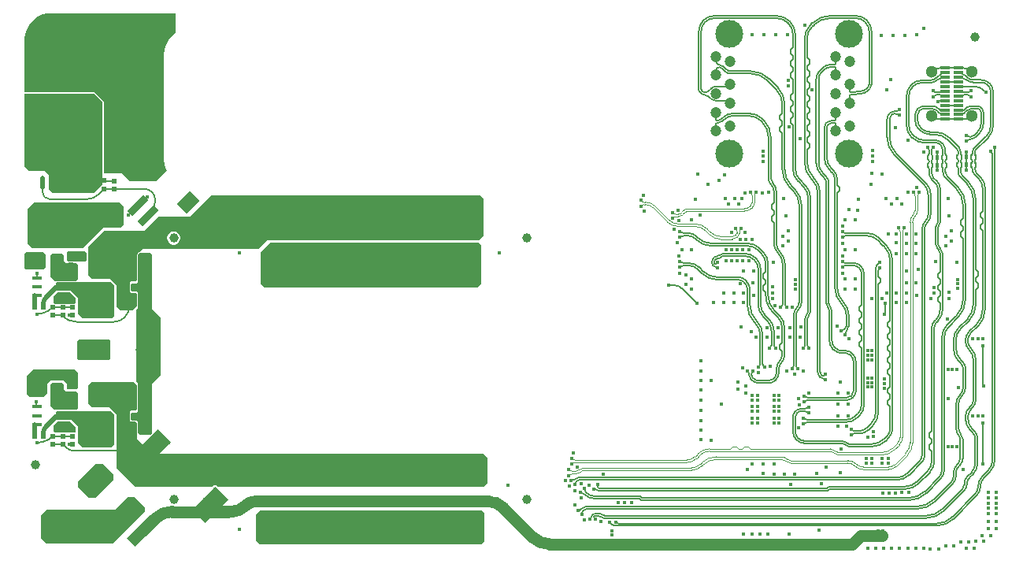
<source format=gbr>
%TF.GenerationSoftware,Altium Limited,Altium Designer,24.0.1 (36)*%
G04 Layer_Physical_Order=1*
G04 Layer_Color=152*
%FSLAX45Y45*%
%MOMM*%
%TF.SameCoordinates,AAAF7447-B715-4BC7-9B32-5AEFA729C21C*%
%TF.FilePolarity,Positive*%
%TF.FileFunction,Copper,L1,Top,Signal*%
%TF.Part,Single*%
G01*
G75*
%TA.AperFunction,Conductor*%
%ADD10C,0.15240*%
%ADD11C,0.50800*%
%ADD12C,0.12954*%
%ADD13C,0.10897*%
%ADD14C,1.27000*%
%ADD15C,0.20320*%
%TA.AperFunction,SMDPad,CuDef*%
%ADD16C,1.00000*%
G04:AMPARAMS|DCode=17|XSize=1.95mm|YSize=1.5mm|CornerRadius=0mm|HoleSize=0mm|Usage=FLASHONLY|Rotation=45.000|XOffset=0mm|YOffset=0mm|HoleType=Round|Shape=Rectangle|*
%AMROTATEDRECTD17*
4,1,4,-0.15910,-1.21976,-1.21976,-0.15910,0.15910,1.21976,1.21976,0.15910,-0.15910,-1.21976,0.0*
%
%ADD17ROTATEDRECTD17*%

%TA.AperFunction,ConnectorPad*%
G04:AMPARAMS|DCode=18|XSize=2mm|YSize=3.5mm|CornerRadius=0mm|HoleSize=0mm|Usage=FLASHONLY|Rotation=315.000|XOffset=0mm|YOffset=0mm|HoleType=Round|Shape=Rectangle|*
%AMROTATEDRECTD18*
4,1,4,-1.94455,-0.53033,0.53033,1.94455,1.94455,0.53033,-0.53033,-1.94455,-1.94455,-0.53033,0.0*
%
%ADD18ROTATEDRECTD18*%

%TA.AperFunction,SMDPad,CuDef*%
%ADD19R,0.50000X0.50000*%
%ADD20R,0.88900X1.27000*%
%ADD21R,1.92001X1.72400*%
%ADD22R,0.50000X0.50000*%
%ADD23R,1.00000X0.45000*%
%ADD24R,2.70000X1.00000*%
%ADD25O,2.70000X1.00000*%
G04:AMPARAMS|DCode=26|XSize=2.7mm|YSize=1mm|CornerRadius=0mm|HoleSize=0mm|Usage=FLASHONLY|Rotation=225.000|XOffset=0mm|YOffset=0mm|HoleType=Round|Shape=Rectangle|*
%AMROTATEDRECTD26*
4,1,4,0.60104,1.30815,1.30815,0.60104,-0.60104,-1.30815,-1.30815,-0.60104,0.60104,1.30815,0.0*
%
%ADD26ROTATEDRECTD26*%

G04:AMPARAMS|DCode=27|XSize=2.7mm|YSize=1mm|CornerRadius=0mm|HoleSize=0mm|Usage=FLASHONLY|Rotation=225.000|XOffset=0mm|YOffset=0mm|HoleType=Round|Shape=Round|*
%AMOVALD27*
21,1,1.70000,1.00000,0.00000,0.00000,225.0*
1,1,1.00000,0.60104,0.60104*
1,1,1.00000,-0.60104,-0.60104*
%
%ADD27OVALD27*%

%ADD28R,1.00000X0.30000*%
%ADD29R,0.20000X0.56500*%
%ADD30R,0.40000X0.56500*%
%TA.AperFunction,ConnectorPad*%
G04:AMPARAMS|DCode=31|XSize=1.2mm|YSize=3.5mm|CornerRadius=0mm|HoleSize=0mm|Usage=FLASHONLY|Rotation=135.000|XOffset=0mm|YOffset=0mm|HoleType=Round|Shape=Rectangle|*
%AMROTATEDRECTD31*
4,1,4,1.66170,0.81317,-0.81317,-1.66170,-1.66170,-0.81317,0.81317,1.66170,1.66170,0.81317,0.0*
%
%ADD31ROTATEDRECTD31*%

%TA.AperFunction,SMDPad,CuDef*%
%ADD32R,1.00000X2.70000*%
%ADD33O,1.00000X2.70000*%
G04:AMPARAMS|DCode=34|XSize=0.8mm|YSize=2.5mm|CornerRadius=0mm|HoleSize=0mm|Usage=FLASHONLY|Rotation=315.000|XOffset=0mm|YOffset=0mm|HoleType=Round|Shape=Rectangle|*
%AMROTATEDRECTD34*
4,1,4,-1.16673,-0.60104,0.60104,1.16673,1.16673,0.60104,-0.60104,-1.16673,-1.16673,-0.60104,0.0*
%
%ADD34ROTATEDRECTD34*%

%ADD35R,0.50000X1.50000*%
%ADD36O,0.50000X1.50000*%
%TA.AperFunction,Conductor*%
%ADD37C,0.38100*%
%TA.AperFunction,ComponentPad*%
%ADD38O,2.99999X1.30000*%
%ADD39O,1.50000X3.29999*%
%ADD40O,3.99999X1.50000*%
%ADD41C,2.99974*%
%ADD42C,1.19888*%
%ADD43C,1.30000*%
%ADD44C,1.00000*%
%TA.AperFunction,ViaPad*%
%ADD45C,0.40000*%
G36*
X300633Y8887004D02*
X300634Y8887004D01*
X300635Y8887004D01*
X1638300D01*
Y8677838D01*
X1615742Y8660526D01*
X1615363Y8659869D01*
X1614661Y8659579D01*
X1586856Y8631773D01*
X1586566Y8631072D01*
X1585908Y8630692D01*
X1561969Y8599498D01*
X1561772Y8598764D01*
X1561170Y8598302D01*
X1541504Y8564251D01*
X1541405Y8563498D01*
X1540868Y8562961D01*
X1525814Y8526635D01*
X1525814Y8525876D01*
X1525351Y8525274D01*
X1515165Y8487294D01*
X1515263Y8486541D01*
X1514884Y8485884D01*
X1509739Y8446900D01*
X1509936Y8446166D01*
X1509645Y8445465D01*
X1509638Y8425804D01*
X1509639Y8425802D01*
X1509638Y8425800D01*
X1509638Y7324700D01*
Y7324700D01*
X1509639Y7324698D01*
X1509638Y7324696D01*
X1509645Y7305035D01*
X1509936Y7304333D01*
X1509740Y7303600D01*
X1514884Y7264616D01*
X1515264Y7263959D01*
X1515165Y7263206D01*
X1525352Y7225226D01*
X1525814Y7224624D01*
X1525814Y7223865D01*
X1539453Y7190953D01*
X1427480Y7078980D01*
X1143000D01*
Y7081520D01*
X1061720Y7162800D01*
X861897D01*
X861897Y7937499D01*
X858676Y7945276D01*
X772316Y8031636D01*
X764539Y8034857D01*
X11630D01*
Y8597999D01*
X11630Y8598000D01*
X11630Y8598002D01*
X11627Y8616944D01*
X16566Y8654509D01*
X26366Y8691105D01*
X40861Y8726110D01*
X59802Y8758921D01*
X82865Y8788979D01*
X109655Y8815769D01*
X139714Y8838832D01*
X172525Y8857772D01*
X207530Y8872268D01*
X244125Y8882068D01*
X281691Y8887007D01*
X300633Y8887004D01*
D02*
G37*
G36*
X850900Y7937499D02*
X850900Y7045960D01*
X759460Y6954520D01*
X314960D01*
X269240Y7000240D01*
Y7152640D01*
X233680Y7188200D01*
X58420D01*
X10160Y7236460D01*
Y8023860D01*
X764539D01*
X850900Y7937499D01*
D02*
G37*
G36*
X1076960Y6809740D02*
Y6614160D01*
X1041400Y6578600D01*
X853440D01*
X635000Y6360160D01*
X91440D01*
X48260Y6403340D01*
Y6781800D01*
X116840Y6850380D01*
X1036320D01*
X1076960Y6809740D01*
D02*
G37*
G36*
X4942840Y6898640D02*
Y6494780D01*
X4894580Y6446520D01*
X2623820D01*
X2527300Y6350000D01*
X2334203D01*
X2328669Y6352292D01*
X2311563D01*
X2306029Y6350000D01*
X1276771D01*
X1245925Y6319153D01*
X1241055Y6317136D01*
X1225815Y6301896D01*
X1223798Y6297027D01*
X1220891Y6294120D01*
Y6014720D01*
X1208191Y6002020D01*
X1157391Y6002020D01*
X1142151Y5986780D01*
Y5892800D01*
X1152311Y5882640D01*
X1205651Y5882640D01*
X1220891Y5867400D01*
Y5739551D01*
X1173480Y5692140D01*
X1038011D01*
X997371Y5732780D01*
Y5963920D01*
X926251Y6035040D01*
X735751D01*
X700191Y6070600D01*
Y6256525D01*
Y6271260D01*
Y6382171D01*
X866140Y6548120D01*
X1295400D01*
X1447800Y6700520D01*
X1790700D01*
X2021840Y6931660D01*
X4909820D01*
X4942840Y6898640D01*
D02*
G37*
G36*
X678180Y6306820D02*
Y6238240D01*
X660400Y6220460D01*
X485140D01*
X467360Y6238240D01*
Y6314440D01*
X477520Y6324600D01*
X660400D01*
X678180Y6306820D01*
D02*
G37*
G36*
X238760Y6296660D02*
Y6154420D01*
X215900Y6131560D01*
X30480D01*
X12700Y6149340D01*
X12700Y6299200D01*
X33020Y6319520D01*
X215900D01*
X238760Y6296660D01*
D02*
G37*
G36*
X436880Y6278880D02*
Y6228080D01*
X462280Y6202680D01*
X568959D01*
X586740Y6184900D01*
Y6027420D01*
X568960Y6009640D01*
X335280D01*
X292100Y6052820D01*
Y6281420D01*
X312420Y6301740D01*
X414020D01*
X436880Y6278880D01*
D02*
G37*
G36*
X4925060Y6385560D02*
Y5981700D01*
X4879340Y5935980D01*
X2588260D01*
X2547620Y5976620D01*
Y6311900D01*
X2654300Y6418580D01*
X4892040D01*
X4925060Y6385560D01*
D02*
G37*
G36*
X561340Y5825514D02*
Y5773420D01*
X551180Y5763260D01*
X337820Y5763260D01*
X325120Y5775960D01*
Y5842000D01*
X370840Y5887720D01*
X499134D01*
X561340Y5825514D01*
D02*
G37*
G36*
X977051Y5961380D02*
Y5636260D01*
X946571Y5605780D01*
X637539D01*
X584200Y5659120D01*
Y5830992D01*
X509691Y5905500D01*
X357291D01*
X347131Y5915660D01*
Y5984240D01*
X357291Y5994400D01*
X944031D01*
X977051Y5961380D01*
D02*
G37*
G36*
X934720Y5367020D02*
Y5173980D01*
X916940Y5156200D01*
X594360D01*
X581660Y5168900D01*
Y5361939D01*
X601979Y5382259D01*
X919480Y5382260D01*
X934720Y5367020D01*
D02*
G37*
G36*
X1383451Y6291580D02*
Y5712460D01*
X1475740Y5620172D01*
Y4997029D01*
X1383451Y4904740D01*
Y4904740D01*
X1365672Y4922520D01*
X1383451Y4904740D01*
Y4370491D01*
X1366520Y4353560D01*
X1254759D01*
X1233591Y4374729D01*
Y4500880D01*
X1223432Y4511040D01*
X1167551D01*
X1157391Y4521200D01*
Y4584700D01*
X1167551Y4594860D01*
X1220891D01*
X1233591Y4607560D01*
Y4907280D01*
X1211580Y4929291D01*
Y5692989D01*
X1233591Y5715000D01*
Y5887720D01*
X1223432Y5897880D01*
X1167551D01*
X1157391Y5908040D01*
Y5971540D01*
X1167551Y5981700D01*
X1220891D01*
X1233591Y5994400D01*
Y6294120D01*
X1248831Y6309360D01*
X1365672D01*
X1383451Y6291580D01*
D02*
G37*
G36*
X586740Y5024120D02*
Y4859020D01*
X574040Y4846320D01*
X474980D01*
X467360Y4853940D01*
Y4904740D01*
X434340Y4937760D01*
X289560D01*
X259080Y4907280D01*
Y4803140D01*
X213360Y4757420D01*
X66040D01*
X38100Y4785360D01*
Y4991100D01*
X104140Y5057140D01*
X553720D01*
X586740Y5024120D01*
D02*
G37*
G36*
X436880Y4892040D02*
Y4841240D01*
X457200Y4820920D01*
X568960D01*
X586740Y4803140D01*
Y4640580D01*
X568960Y4622800D01*
X335280D01*
X292100Y4665980D01*
Y4894580D01*
X312420Y4914900D01*
X414020D01*
X436880Y4892040D01*
D02*
G37*
G36*
X1220891Y4887809D02*
Y4627880D01*
X1208191Y4615180D01*
X1157391Y4615180D01*
X1142151Y4599940D01*
Y4505960D01*
X1152311Y4495800D01*
X1205651Y4495800D01*
X1220891Y4480560D01*
Y4442460D01*
Y4316309D01*
X1381760Y4155440D01*
X4945380D01*
X4991100Y4109720D01*
Y3835400D01*
X4953000Y3797300D01*
X2087731D01*
X2081548Y3803484D01*
X2065743Y3810030D01*
X2062478D01*
X2058422Y3814086D01*
X2054366Y3810030D01*
X2048637D01*
X2032832Y3803484D01*
X2026649Y3797300D01*
X1198880D01*
X997371Y3998809D01*
Y4345940D01*
Y4462780D01*
Y4577080D01*
X926251Y4648200D01*
X735751D01*
X700191Y4683760D01*
Y4884420D01*
X738291Y4922520D01*
X1186180D01*
X1220891Y4887809D01*
D02*
G37*
G36*
X561340Y4438674D02*
Y4386580D01*
X551180Y4376420D01*
X337820D01*
X325120Y4389120D01*
Y4455160D01*
X370840Y4500880D01*
X499134D01*
X561340Y4438674D01*
D02*
G37*
G36*
X977051Y4574540D02*
Y4249420D01*
X946571Y4218940D01*
X637539D01*
X584200Y4272280D01*
X584200Y4450080D01*
X515619Y4518660D01*
X357291D01*
X347131Y4528820D01*
Y4597400D01*
X357291Y4607560D01*
X944031D01*
X977051Y4574540D01*
D02*
G37*
G36*
X967740Y3934460D02*
Y3868420D01*
X774700Y3675380D01*
X708660D01*
X589280Y3794760D01*
Y3853180D01*
X779780Y4043680D01*
X858520D01*
X967740Y3934460D01*
D02*
G37*
G36*
X1303020Y3573780D02*
Y3533140D01*
X957580Y3187700D01*
X246380D01*
X185420Y3248660D01*
X185419Y3492499D01*
X243840Y3550920D01*
X985520D01*
X1117600Y3683000D01*
X1193800D01*
X1303020Y3573780D01*
D02*
G37*
G36*
X4955540Y3515360D02*
Y3213100D01*
X4919980Y3177540D01*
X2540000D01*
X2496820Y3220720D01*
Y3497580D01*
X2542540Y3543300D01*
X4927600D01*
X4955540Y3515360D01*
D02*
G37*
%LPC*%
G36*
X1625353Y6539636D02*
X1606879D01*
X1589035Y6534855D01*
X1573037Y6525618D01*
X1559974Y6512555D01*
X1550737Y6496557D01*
X1545956Y6478713D01*
Y6460239D01*
X1550737Y6442395D01*
X1559974Y6426397D01*
X1573037Y6413334D01*
X1589035Y6404097D01*
X1606879Y6399316D01*
X1625353D01*
X1643197Y6404097D01*
X1659195Y6413334D01*
X1672258Y6426397D01*
X1681494Y6442395D01*
X1686276Y6460239D01*
Y6478713D01*
X1681494Y6496557D01*
X1672258Y6512555D01*
X1659195Y6525618D01*
X1643197Y6534855D01*
X1625353Y6539636D01*
D02*
G37*
%LPD*%
D10*
X313898Y5724059D02*
G03*
X313952Y5724113I-169118J169225D01*
G01*
X298884Y5710282D02*
G03*
X313898Y5724059I-154104J183003D01*
G01*
X259363Y5683264D02*
G03*
X298884Y5710282I-114583J210021D01*
G01*
X144780Y5654040D02*
G03*
X259363Y5683264I0J239245D01*
G01*
X359734Y4338320D02*
G03*
X299530Y4324579I0J-138754D01*
G01*
Y4324579D02*
G03*
X317500Y4340822I-151851J186064D01*
G01*
X265373Y4301295D02*
G03*
X299530Y4324579I-117694J209348D01*
G01*
X147679Y4270479D02*
G03*
X265373Y4301295I0J240163D01*
G01*
X459150Y4218350D02*
G03*
X543575Y4183380I84425J84425D01*
G01*
X453719Y5606925D02*
G03*
X474333Y5592467I38460J32912D01*
G01*
X501211Y5582298D02*
G03*
X581075Y5567680I79863J210857D01*
G01*
X453719Y5606925D02*
G03*
X452875Y5607826I-11531J-9965D01*
G01*
X7040942Y5953760D02*
G03*
X6985936Y5965471I-55006J-123321D01*
G01*
X7081419Y5925921D02*
G03*
X7040942Y5953760I-95482J-95482D01*
G01*
X1088301Y5617121D02*
G03*
X1137088Y5734904I-117784J117784D01*
G01*
X969402Y5567680D02*
G03*
X1087974Y5616794I0J167686D01*
G01*
X9261917Y5652782D02*
Y5763957D01*
X9260455Y5651319D02*
X9261917Y5652782D01*
Y5763957D02*
X9263380Y5765420D01*
X317500Y5727662D02*
X528035D01*
X313951Y5724113D02*
X317500Y5727662D01*
X144621Y4270479D02*
X147679D01*
X359734Y4338320D02*
X424180D01*
Y4340822D02*
X528035D01*
X1056640Y4183380D02*
X1074420Y4201160D01*
X543575Y4183380D02*
X1056640D01*
X529423Y4254434D02*
X530860Y4252997D01*
X528035Y4340822D02*
X530860Y4337997D01*
X494654Y4254434D02*
X529423D01*
X424180Y4253320D02*
X459150Y4218350D01*
X317500Y4250822D02*
X421682D01*
X424180Y4253320D01*
X141921Y4658850D02*
X143932Y4656840D01*
X141921Y4658850D02*
Y4714178D01*
X317500Y5637662D02*
X421640D01*
X422241Y5638204D02*
X437795Y5622780D01*
X421640Y5638800D02*
X422241Y5638204D01*
X474333Y5592467D02*
X501211Y5582297D01*
X581075Y5567680D02*
X969402D01*
X437795Y5622780D02*
X452874Y5607826D01*
X492180Y5639837D02*
X530860D01*
X7081419Y5925921D02*
X7241540Y5765800D01*
X6939176Y5965471D02*
X6985936D01*
X143568Y6044044D02*
X143932Y6043680D01*
X143568Y6044044D02*
Y6088560D01*
X1137088Y5734904D02*
Y5803900D01*
X1087974Y5616794D02*
X1088301Y5617121D01*
X1232235Y6815155D02*
X1328420Y6911340D01*
X1230309Y6815155D02*
X1232235D01*
X1130300Y6715760D02*
X1229695Y6815155D01*
X1230309D01*
X528035Y5727662D02*
X530860Y5724837D01*
D11*
X240831Y4440949D02*
G03*
X240815Y4440933I66320J-66320D01*
G01*
D02*
G03*
X213360Y4374629I66336J-66304D01*
G01*
X240815Y5827773D02*
G03*
X213360Y5761469I66336J-66304D01*
G01*
X240831Y5827789D02*
G03*
X240815Y5827773I66320J-66320D01*
G01*
X420432Y4558940D02*
X423332Y4561840D01*
X358821Y4558940D02*
X420432D01*
X240831Y4440949D02*
X358821Y4558940D01*
X240815Y4440933D02*
X240831Y4440949D01*
X213360Y4335780D02*
Y4374629D01*
X123360Y4335780D02*
Y4463940D01*
X213360Y5722620D02*
Y5761469D01*
X240815Y5827773D02*
X240831Y5827789D01*
X358821Y5945780D01*
X123360Y5722620D02*
Y5850780D01*
X420432Y5945780D02*
X423332Y5948680D01*
X358821Y5945780D02*
X420432D01*
D12*
X5972379Y3868060D02*
G03*
X5945865Y3857077I0J-37496D01*
G01*
X9385483Y3868060D02*
G03*
X9527581Y3926881I0J201050D01*
G01*
X9311640Y7556500D02*
G03*
X9385882Y7377228I253565J0D01*
G01*
X9410027Y7790894D02*
G03*
X9416114Y7788373I6087J6087D01*
G01*
X9332196Y7795496D02*
G03*
X9311640Y7745869I49628J-49628D01*
G01*
X9357357Y7805918D02*
G03*
X9332196Y7795496I0J-35583D01*
G01*
X9406383Y7794204D02*
G03*
X9373755Y7805918I-32628J-39581D01*
G01*
X9410027Y7790894D02*
G03*
X9406383Y7794204I-36271J-36271D01*
G01*
X9655599Y4054899D02*
G03*
X9688908Y4135315I-80416J80416D01*
G01*
X9713544Y6629264D02*
G03*
X9688908Y6569745I59581J-59519D01*
G01*
X9753134Y6943403D02*
G03*
X9706146Y7056964I-160723J0D01*
G01*
X9869114Y8002416D02*
G03*
X9883816Y7996326I14702J14702D01*
G01*
X9815502Y8008506D02*
G03*
X9796733Y8002184I0J-31023D01*
G01*
X9869114Y8002416D02*
G03*
X9854412Y8008506I-14702J-14702D01*
G01*
X10095279Y8040230D02*
G03*
X10080593Y8046314I-14686J-14686D01*
G01*
X10151438Y8034147D02*
G03*
X10173375Y8043233I0J31023D01*
G01*
X10095279Y8040230D02*
G03*
X10109966Y8034147I14686J14686D01*
G01*
X5893265Y3863510D02*
G03*
X5888242Y3861429I0J-7103D01*
G01*
X5894660Y3863510D02*
G03*
X5931068Y3878561I0J51561D01*
G01*
X5967579Y3893714D02*
G03*
X5931119Y3878612I0J-51562D01*
G01*
X9382760Y3893714D02*
G03*
X9511431Y3947011I0J181969D01*
G01*
X9313901Y7813480D02*
G03*
X9285986Y7746089I67392J-67392D01*
G01*
Y7551181D02*
G03*
X9364006Y7362824I266377J0D01*
G01*
X9314241Y7813821D02*
G03*
X9314152Y7813732I42982J-43160D01*
G01*
X9357222Y7831572D02*
G03*
X9314241Y7813821I0J-60911D01*
G01*
X9382722Y7831572D02*
G03*
X9402039Y7839574I0J27318D01*
G01*
X9629945Y4065525D02*
G03*
X9663254Y4145941I-80416J80416D01*
G01*
X9695367Y6647367D02*
G03*
X9695283Y6647283I77527J-77527D01*
G01*
X9727480Y6932776D02*
G03*
X9680405Y7046425I-160724J0D01*
G01*
X9695367Y6647367D02*
G03*
X9727480Y6724894I-77526J77526D01*
G01*
X9796733Y8040481D02*
G03*
X9815502Y8034160I18769J24702D01*
G01*
X10080593Y7996326D02*
G03*
X10095279Y8002410I0J20770D01*
G01*
X10173375Y7999407D02*
G03*
X10151438Y8008493I-21936J-21936D01*
G01*
X10109966D02*
G03*
X10095279Y8002410I0J-20770D01*
G01*
X9854412Y8034160D02*
G03*
X9869114Y8040249I0J20791D01*
G01*
X9883816Y8046339D02*
G03*
X9869114Y8040249I0J-20791D01*
G01*
X9695283Y6647283D02*
G03*
X9663254Y6570076I77611J-77444D01*
G01*
D02*
G03*
X9663254Y6569840I109640J-236D01*
G01*
X5931068Y3878561D02*
G03*
X5931119Y3878612I-36408J36510D01*
G01*
X10185400Y8052320D02*
G03*
X10180384Y8050242I0J-7094D01*
G01*
X9713693Y6629413D02*
G03*
X9753134Y6724799I-95622J95386D01*
G01*
X9713575Y6629295D02*
G03*
X9713693Y6629413I-95504J95504D01*
G01*
X9713575Y6629295D02*
G03*
X9713544Y6629264I59550J-59550D01*
G01*
X9706146Y7056964D02*
G03*
X9706059Y7057051I-113734J-113562D01*
G01*
X9527581Y3926881D02*
G03*
X9527646Y3926946I-142098J142229D01*
G01*
X5945865Y3857077D02*
G03*
X5934882Y3830563I26514J-26514D01*
G01*
X8932807Y4369054D02*
G03*
X8912654Y4360706I0J-28501D01*
G01*
X8991701Y4369054D02*
G03*
X9083019Y4406879I0J129143D01*
G01*
X9135873Y4459733D02*
G03*
X9189974Y4590345I-130613J130613D01*
G01*
X9197787Y6134126D02*
G03*
X9189974Y6115263I18863J-18863D01*
G01*
X9202963Y6146620D02*
G03*
X9189974Y6115263I31357J-31357D01*
G01*
X8912654Y4403056D02*
G03*
X8932807Y4394708I20153J20153D01*
G01*
X8981075D02*
G03*
X9072393Y4432533I0J129143D01*
G01*
X9164320Y6153069D02*
G03*
X9164184Y6141050I38643J-6449D01*
G01*
X9164320Y6139175D02*
G03*
X9164184Y6141050I-12954J0D01*
G01*
X9176276Y6181933D02*
G03*
X9164320Y6153069I28864J-28864D01*
G01*
X9110256Y4470396D02*
G03*
X9164320Y4600971I-130651J130575D01*
G01*
X9110219Y4470358D02*
G03*
X9110256Y4470396I-130613J130613D01*
G01*
X9010012Y6087030D02*
G03*
X8984388Y6148932I-87583J0D01*
G01*
X8984303Y6149017D02*
G03*
X8922428Y6174613I-61874J-61988D01*
G01*
X8968913Y4579447D02*
G03*
X9010012Y4678667I-99221J99221D01*
G01*
X8836577Y6174613D02*
G03*
X8820253Y6167852I0J-23085D01*
G01*
X8836006Y4514723D02*
G03*
X8952324Y4562857I0J164610D01*
G01*
X8389916Y4530818D02*
G03*
X8428773Y4514723I38857J38857D01*
G01*
X8820253Y6207028D02*
G03*
X8836577Y6200267I16324J16324D01*
G01*
X9035666Y6087356D02*
G03*
X9002730Y6166870I-112449J0D01*
G01*
X8994986Y6174615D02*
G03*
X8933055Y6200267I-61931J-61932D01*
G01*
X8836141Y4489069D02*
G03*
X8970447Y4544700I0J189937D01*
G01*
X8428773Y4489069D02*
G03*
X8389916Y4472974I0J-54952D01*
G01*
X8984359Y6148961D02*
G03*
X8984303Y6149017I-61931J-61932D01*
G01*
X8984388Y6148932D02*
G03*
X8984359Y6148961I-61959J-61902D01*
G01*
X8952324Y4562857D02*
G03*
X8952403Y4562936I-116318J116476D01*
G01*
X8994646Y4568899D02*
G03*
X9035666Y4668040I-99298J99142D01*
G01*
X8994568Y4568821D02*
G03*
X8994646Y4568899I-99220J99220D01*
G01*
X8389916Y4530818D02*
G03*
X8384900Y4532896I-5016J-5016D01*
G01*
Y4470896D02*
G03*
X8389916Y4472974I0J7094D01*
G01*
X9197727Y6472254D02*
G03*
X9081715Y6520307I-116011J-116011D01*
G01*
X8820260Y6527068D02*
G03*
X8836584Y6520307I16324J16324D01*
G01*
X9344914Y6221208D02*
G03*
X9271658Y6398322I-250737J0D01*
G01*
X9300210Y4319717D02*
G03*
X9344914Y4427642I-107925J107925D01*
G01*
X9123741Y4229100D02*
G03*
X9270200Y4289707I0J207264D01*
G01*
X8838096Y4245444D02*
G03*
X8877654Y4229100I39558J39699D01*
G01*
X8310929Y4299953D02*
G03*
X8310982Y4299900I85695J85695D01*
G01*
X8352419Y4634738D02*
G03*
X8306983Y4615949I0J-64334D01*
G01*
X8832818Y4250722D02*
G03*
X8799613Y4264457I-33205J-33269D01*
G01*
X8310982Y4299900D02*
G03*
X8396624Y4264457I85642J85749D01*
G01*
X8299491Y4608457D02*
G03*
X8272301Y4542815I65641J-65641D01*
G01*
Y4392763D02*
G03*
X8310595Y4300287I130807J0D01*
G01*
D02*
G03*
X8310613Y4300269I92513J92476D01*
G01*
X8399087Y4634738D02*
G03*
X8437944Y4650833I0J54952D01*
G01*
X9319260Y6221045D02*
G03*
X9253220Y6380480I-225475J0D01*
G01*
X9187100Y6446600D02*
G03*
X9071089Y6494653I-116011J-116011D01*
G01*
X9113115Y4254754D02*
G03*
X9259574Y4315361I0J207264D01*
G01*
X8836584Y6494653D02*
G03*
X8820260Y6487892I0J-23085D01*
G01*
X8850802Y4269017D02*
G03*
X8799877Y4290111I-50925J-50925D01*
G01*
X8856070Y4263750D02*
G03*
X8877789Y4254754I21719J21719D01*
G01*
X8352625Y4609084D02*
G03*
X8324984Y4597671I0J-39178D01*
G01*
X8317767Y4590454D02*
G03*
X8297955Y4542581I47932J-47873D01*
G01*
X8328911Y4318251D02*
G03*
X8328981Y4318182I67936J67936D01*
G01*
X8328856Y4318307D02*
G03*
X8328911Y4318251I74791J74679D01*
G01*
X8328981Y4318182D02*
G03*
X8396847Y4290111I67866J68005D01*
G01*
X8297955Y4392986D02*
G03*
X8328856Y4318307I105691J0D01*
G01*
X8437944Y4592989D02*
G03*
X8399087Y4609084I-38857J-38857D01*
G01*
X9271658Y6398322D02*
G03*
X9271475Y6398505I-177481J-177114D01*
G01*
X9270200Y4289707D02*
G03*
X9270299Y4289806I-146458J146657D01*
G01*
X8832850Y4250690D02*
G03*
X8832818Y4250722I-33237J-33237D01*
G01*
X8838025Y4245514D02*
G03*
X8838096Y4245444I39628J39628D01*
G01*
X8306983Y4615949D02*
G03*
X8306929Y4615895I45437J-45545D01*
G01*
X9281921Y4337708D02*
G03*
X9319260Y4427958I-90399J90249D01*
G01*
X9281847Y4337634D02*
G03*
X9281921Y4337708I-90324J90324D01*
G01*
X9259574Y4315361D02*
G03*
X9259673Y4315460I-146458J146657D01*
G01*
X8324984Y4597671D02*
G03*
X8324923Y4597609I27641J-27764D01*
G01*
X8317797Y4590483D02*
G03*
X8317767Y4590454I47902J-47902D01*
G01*
X8442960Y4652911D02*
G03*
X8437944Y4650833I0J-7094D01*
G01*
Y4592989D02*
G03*
X8442960Y4590911I5016J5016D01*
G01*
X8720014Y8334121D02*
G03*
X8729174Y8337915I0J12955D01*
G01*
X8666657Y5359656D02*
G03*
X8699777Y5279606I113297J0D01*
G01*
X8649957Y5726443D02*
G03*
X8650028Y5726371I40071J39928D01*
G01*
X8666657Y5686270D02*
G03*
X8650071Y5726329I-56670J0D01*
G01*
D02*
G03*
X8650058Y5726342I-40085J-40059D01*
G01*
X8905661Y4782399D02*
G03*
X8924521Y4827929I-45530J45530D01*
G01*
Y5135344D02*
G03*
X8892751Y5212145I-108717J0D01*
G01*
X8896753Y4773490D02*
G03*
X8896771Y4773509I-45568J45605D01*
G01*
X8851185Y4754626D02*
G03*
X8896753Y4773490I0J64469D01*
G01*
X8707522Y5271861D02*
G03*
X8803499Y5232146I95977J96113D01*
G01*
X8892689Y5212207D02*
G03*
X8844465Y5232146I-48224J-48349D01*
G01*
X8676647Y8334121D02*
G03*
X8593455Y8299662I0J-117651D01*
G01*
X8633460Y7052919D02*
G03*
X8606125Y7119015I-93578J0D01*
G01*
X8633460Y5766371D02*
G03*
X8649957Y5726443I56568J0D01*
G01*
X8523986Y7278450D02*
G03*
X8578514Y7146626I186610J0D01*
G01*
X8394637Y4770721D02*
G03*
X8433493Y4754626I38857J38857D01*
G01*
X8729174Y8304673D02*
G03*
X8720014Y8308467I-9160J-9160D01*
G01*
X8732968Y8295512D02*
G03*
X8729174Y8304673I-12955J0D01*
G01*
X8692311Y5370282D02*
G03*
X8725431Y5290232I113297J0D01*
G01*
X8692311Y5686404D02*
G03*
X8668341Y5744339I-81999J0D01*
G01*
X8923959Y4764416D02*
G03*
X8950174Y4827706I-63290J63290D01*
G01*
X8950175Y5135714D02*
G03*
X8911080Y5230096I-133476J0D01*
G01*
X8852366Y4728972D02*
G03*
X8914027Y4754484I0J87270D01*
G01*
X8725495Y5290168D02*
G03*
X8803640Y5257800I78145J78145D01*
G01*
X8910713Y5230463D02*
G03*
X8844716Y5257800I-65997J-65997D01*
G01*
X8681960Y8308467D02*
G03*
X8607838Y8277764I0J-104825D01*
G01*
X8659114Y7053014D02*
G03*
X8624259Y7137161I-119002J0D01*
G01*
X8659114Y5766548D02*
G03*
X8668276Y5744404I31342J0D01*
G01*
X8576180Y8246107D02*
G03*
X8549640Y8181940I64299J-64167D01*
G01*
Y7278564D02*
G03*
X8596863Y7164557I161230J0D01*
G01*
X8433493Y4728972D02*
G03*
X8394637Y4712877I0J-54952D01*
G01*
X8729174Y8337915D02*
G03*
X8732968Y8347076I-9160J9160D01*
G01*
X8699777Y5279606D02*
G03*
X8699841Y5279542I80177J80049D01*
G01*
X8707454Y5271929D02*
G03*
X8707522Y5271861I96045J96045D01*
G01*
X8892751Y5212145D02*
G03*
X8892689Y5212207I-48286J-48287D01*
G01*
X8578514Y7146626D02*
G03*
X8578642Y7146497I132082J131825D01*
G01*
X8606125Y7119015D02*
G03*
X8606051Y7119089I-66243J-66096D01*
G01*
X8558010Y8264217D02*
G03*
X8557927Y8264134I82142J-82142D01*
G01*
D02*
G03*
X8523986Y8182318I82225J-82059D01*
G01*
D02*
G03*
X8523986Y8182075I116166J-243D01*
G01*
X8668276Y5744404D02*
G03*
X8668294Y5744386I22180J22144D01*
G01*
X8668341Y5744339D02*
G03*
X8668294Y5744386I-58029J-57935D01*
G01*
X8914027Y4754484D02*
G03*
X8914076Y4754533I-61661J61758D01*
G01*
X8725431Y5290232D02*
G03*
X8725495Y5290168I80177J80049D01*
G01*
X8576246Y8246173D02*
G03*
X8576180Y8246107I64233J-64233D01*
G01*
X8394636Y4770721D02*
G03*
X8389620Y4772799I-5016J-5016D01*
G01*
Y4710799D02*
G03*
X8394636Y4712877I0J7094D01*
G01*
X7784846Y5740400D02*
G03*
X7856091Y5568337I243397J0D01*
G01*
X7921879Y5422638D02*
G03*
X7865374Y5559054I-192921J0D01*
G01*
X7738006Y6003394D02*
G03*
X7692267Y6022340I-45739J-45739D01*
G01*
X7784846Y5912012D02*
G03*
X7753424Y5987976I-107534J0D01*
G01*
X7248421Y6136010D02*
G03*
X7155180Y6174613I-93241J-93306D01*
G01*
X7097453D02*
G03*
X7058597Y6158518I0J-54952D01*
G01*
X7291469Y6092962D02*
G03*
X7291597Y6092834I170497J170497D01*
G01*
X7912793Y5097105D02*
G03*
X7921879Y5119042I-21936J21936D01*
G01*
X7947533Y5422823D02*
G03*
X7883645Y5577062I-218127J0D01*
G01*
X7810500Y5912214D02*
G03*
X7771633Y6006047I-132701J0D01*
G01*
X7810500Y5751026D02*
G03*
X7881790Y5578918I243398J0D01*
G01*
X7058597Y6216362D02*
G03*
X7097453Y6200267I38857J38857D01*
G01*
X7309609Y6111102D02*
G03*
X7461966Y6047994I152357J152357D01*
G01*
X7755947Y6021733D02*
G03*
X7692548Y6047994I-63399J-63399D01*
G01*
X7266379Y6154331D02*
G03*
X7155482Y6200267I-110898J-110898D01*
G01*
X7947533Y5119042D02*
G03*
X7956620Y5097105I31023J0D01*
G01*
X7856091Y5568337D02*
G03*
X7856135Y5568292I172153J172063D01*
G01*
X7753424Y5987976D02*
G03*
X7753350Y5988050I-76112J-75964D01*
G01*
X7053580Y6156440D02*
G03*
X7058596Y6158518I0J7094D01*
G01*
X7291597Y6092834D02*
G03*
X7461616Y6022340I170369J170625D01*
G01*
D02*
G03*
X7461966Y6022340I350J241119D01*
G01*
X7248453Y6135978D02*
G03*
X7248421Y6136010I-93273J-93273D01*
G01*
X7058596Y6216362D02*
G03*
X7053580Y6218440I-5016J-5016D01*
G01*
X7965706Y5085080D02*
G03*
X7963628Y5090096I-7094J0D01*
G01*
X7905784D02*
G03*
X7903706Y5085080I5016J-5016D01*
G01*
X8181594Y5512108D02*
G03*
X8131192Y5633788I-172082J0D01*
G01*
X8152070Y5134550D02*
G03*
X8123174Y5064704I69966J-69846D01*
G01*
X8006715Y6190992D02*
G03*
X7954080Y6318063I-179706J0D01*
G01*
X8006715Y5853068D02*
G03*
X8073750Y5691230I228873J0D01*
G01*
X8085247Y4940007D02*
G03*
X8085392Y4940152I-91563J91563D01*
G01*
X8018078Y4912106D02*
G03*
X8085112Y4939873I0J94800D01*
G01*
X7829973Y4942205D02*
G03*
X7902638Y4912106I72665J72665D01*
G01*
X7232112Y6489688D02*
G03*
X7158186Y6520307I-73925J-73933D01*
G01*
X7061137Y6536402D02*
G03*
X7099993Y6520307I38857J38857D01*
G01*
X7911749Y6360394D02*
G03*
X7789673Y6410960I-122076J-122076D01*
G01*
X7244566Y6477234D02*
G03*
X7404566Y6410960I160000J160001D01*
G01*
X7783691Y5041900D02*
G03*
X7785769Y5036884I7094J0D01*
G01*
X7801864Y5007938D02*
G03*
X7792778Y5029875I-31023J0D01*
G01*
X7819683Y4952495D02*
G03*
X7819709Y4952468I43109J43056D01*
G01*
X7801864Y4995551D02*
G03*
X7819683Y4952495I60928J0D01*
G01*
X8155940Y5511695D02*
G03*
X8112829Y5615871I-147426J0D01*
G01*
X7981061Y6190810D02*
G03*
X7935812Y6300052I-154491J0D01*
G01*
X8133621Y5152381D02*
G03*
X8140790Y5160664I-53884J53884D01*
G01*
X8133621Y5152381D02*
G03*
X8133595Y5152355I87155J-87155D01*
G01*
D02*
G03*
X8097520Y5065226I87181J-87129D01*
G01*
X8067040Y4958080D02*
G03*
X8097520Y5031665I-73585J73585D01*
G01*
X8067015Y4958055D02*
G03*
X8067040Y4958080I-49032J49082D01*
G01*
X8017983Y4937760D02*
G03*
X8067015Y4958055I0J69377D01*
G01*
X7221490Y6464031D02*
G03*
X7147560Y6494653I-73930J-73930D01*
G01*
X7893833Y6342030D02*
G03*
X7789260Y6385306I-104574J-104711D01*
G01*
X7233940Y6451580D02*
G03*
X7393940Y6385306I160000J160000D01*
G01*
X7099993Y6494653D02*
G03*
X7061137Y6478558I0J-54952D01*
G01*
X7845173Y4963285D02*
G03*
X7906809Y4937760I61847J62164D01*
G01*
X7836604Y5029875D02*
G03*
X7827518Y5007938I21936J-21936D01*
G01*
X7841576Y4966882D02*
G03*
X7841607Y4966851I34043J33982D01*
G01*
X7827518Y5000864D02*
G03*
X7841576Y4966882I48102J0D01*
G01*
X8152130Y5134610D02*
G03*
X8181594Y5205743I-71132J71132D01*
G01*
X8152130Y5134610D02*
G03*
X8152070Y5134550I69906J-69906D01*
G01*
X8085392Y4940152D02*
G03*
X8123174Y5031570I-91708J91418D01*
G01*
X7061136Y6536402D02*
G03*
X7056120Y6538480I-5016J-5016D01*
G01*
X7981061Y5852954D02*
G03*
X7990479Y5784394I254253J0D01*
G01*
D02*
G03*
X8055374Y5673326I244835J68560D01*
G01*
X8112829Y5615871D02*
G03*
X8112760Y5615940I-104314J-104177D01*
G01*
X8055374Y5673326D02*
G03*
X8055530Y5673170I179940J179628D01*
G01*
X8140790Y5160664D02*
G03*
X8155940Y5206265I-61053J45601D01*
G01*
X7906809Y4937760D02*
G03*
X7907020Y4937760I211J87689D01*
G01*
X7893902Y6341962D02*
G03*
X7893833Y6342030I-104642J-104642D01*
G01*
X7056120Y6476480D02*
G03*
X7061136Y6478558I0J7094D01*
G01*
X7843613Y5036884D02*
G03*
X7845691Y5041900I-5016J5016D01*
G01*
X7899146Y5755374D02*
G03*
X7952530Y5626310I182708J0D01*
G01*
X7899146Y6138022D02*
G03*
X7859452Y6233852I-135524J0D01*
G01*
X8041894Y5473725D02*
G03*
X7997190Y5581650I-152629J0D01*
G01*
X7859452Y6233852D02*
G03*
X7755478Y6276920I-103974J-103974D01*
G01*
X7525558D02*
G03*
X7500355Y6266494I0J-35678D01*
G01*
D02*
G03*
X7500330Y6266470I25203J-25253D01*
G01*
X7465320Y6248051D02*
G03*
X7493643Y6259783I0J40056D01*
G01*
X7465061Y6248051D02*
G03*
X7457200Y6247260I0J-39431D01*
G01*
D02*
G03*
X7437178Y6236502I7860J-38640D01*
G01*
X7435146Y6234469D02*
G03*
X7425629Y6211494I22975J-22975D01*
G01*
X7447730Y6194229D02*
G03*
X7447743Y6194241I-9147J9172D01*
G01*
X7438583Y6190447D02*
G03*
X7447730Y6194229I0J12953D01*
G01*
X7425629Y6203402D02*
G03*
X7429423Y6194241I12955J0D01*
G01*
X7429424Y6194241D02*
G03*
X7438583Y6190447I9159J9159D01*
G01*
X8032808Y5300305D02*
G03*
X8041894Y5322242I-21936J21936D01*
G01*
X7876072Y6253511D02*
G03*
X7757626Y6302574I-118446J-118446D01*
G01*
X7524388D02*
G03*
X7483063Y6285482I0J-58507D01*
G01*
X7924800Y5755487D02*
G03*
X7970880Y5644240I157328J0D01*
G01*
X7924800Y6138166D02*
G03*
X7877694Y6251890I-160831J0D01*
G01*
X7454693Y6273705D02*
G03*
X7483017Y6285437I0J40056D01*
G01*
X8067548Y5474111D02*
G03*
X8015603Y5599517I-177351J0D01*
G01*
X7454693Y6273705D02*
G03*
X7435369Y6268735I0J-40057D01*
G01*
X7451499Y6157242D02*
G03*
X7433270Y6164793I-18230J-18230D01*
G01*
X7415050Y6172334D02*
G03*
X7433270Y6164793I18220J18239D01*
G01*
X7399975Y6203248D02*
G03*
X7411175Y6176210I38238J0D01*
G01*
X7416910Y6252513D02*
G03*
X7399975Y6211629I40884J-40884D01*
G01*
X7415041Y6172344D02*
G03*
X7415050Y6172334I18229J18229D01*
G01*
X8067548Y5322242D02*
G03*
X8076634Y5300305I31023J0D01*
G01*
X7952530Y5626310D02*
G03*
X7952660Y5626180I129324J129064D01*
G01*
X7465060Y6208620D02*
G03*
X7460044Y6206542I0J-7094D01*
G01*
X7483063Y6285482D02*
G03*
X7483018Y6285437I41326J-41416D01*
G01*
X7460044Y6148698D02*
G03*
X7465060Y6146620I5016J5016D01*
G01*
X7435369Y6268735D02*
G03*
X7426369Y6261973I19324J-35087D01*
G01*
X8085721Y5288280D02*
G03*
X8083643Y5293296I-7094J0D01*
G01*
X8025799D02*
G03*
X8023721Y5288280I5016J-5016D01*
G01*
X6178996Y3785124D02*
G03*
X6190387Y3780405I11392J11392D01*
G01*
X6174277Y3812605D02*
G03*
X6172200Y3817620I-7093J0D01*
G01*
X6174277Y3796515D02*
G03*
X6178462Y3785684I16109J0D01*
G01*
X9478108Y3798932D02*
G03*
X9608819Y3853030I0J184960D01*
G01*
X9718115Y3962326D02*
G03*
X9766528Y4079205I-116879J116879D01*
G01*
X9736613Y7171542D02*
G03*
X9766286Y7099765I101649J0D01*
G01*
X9729036Y7232225D02*
G03*
X9729025Y7232236I-18331J-18309D01*
G01*
X9736613Y7213916D02*
G03*
X9729036Y7232225I-25909J0D01*
G01*
X9724440Y7321750D02*
G03*
X9726202Y7317497I6014J0D01*
G01*
X9727963Y7275782D02*
G03*
X9724440Y7267277I8505J-8505D01*
G01*
Y7238250D02*
G03*
X9726202Y7233997I6014J0D01*
G01*
Y7357521D02*
G03*
X9724440Y7353268I4253J-4253D01*
G01*
X9732819Y7279577D02*
G03*
X9736613Y7288737I-9160J9160D01*
G01*
Y7297416D02*
G03*
X9729025Y7315736I-25909J0D01*
G01*
Y7359282D02*
G03*
X9736613Y7377602I-18320J18320D01*
G01*
X9736613Y7413318D02*
G03*
X9727527Y7435255I-31023J0D01*
G01*
X9806405Y6407895D02*
G03*
X9829673Y6351658I79593J0D01*
G01*
X9810864Y5591924D02*
G03*
X9855200Y5698961I-107037J107037D01*
G01*
X9855200Y6302254D02*
G03*
X9838317Y6343014I-57644J0D01*
G01*
X9832086Y6991464D02*
G03*
X9802033Y7064017I-102606J-1D01*
G01*
X10080593Y7796327D02*
G03*
X10095279Y7802410I0J20770D01*
G01*
X10109966Y7808493D02*
G03*
X10095279Y7802410I0J-20770D01*
G01*
X10109966Y7808493D02*
G03*
X10120659Y7814137I0J12954D01*
G01*
X10139334Y7838903D02*
G03*
X10130005Y7827681I57865J-57587D01*
G01*
X10175483Y7556779D02*
G03*
X10181013Y7556500I5530J54673D01*
G01*
D02*
G03*
X10221046Y7573063I0J56661D01*
G01*
X10197198Y7862952D02*
G03*
X10139611Y7839180I0J-81637D01*
G01*
X10296397Y7819432D02*
G03*
X10282456Y7853143I-47731J0D01*
G01*
X10282376Y7853224D02*
G03*
X10258832Y7862952I-23544J-23626D01*
G01*
X10282456Y7853143D02*
G03*
X10282417Y7853183I-33791J-33711D01*
G01*
D02*
G03*
X10282376Y7853224I-23585J-23585D01*
G01*
X6164613Y3763227D02*
G03*
X6185074Y3754751I20461J20461D01*
G01*
X6164613Y3763227D02*
G03*
X6144152Y3771702I-20461J-20461D01*
G01*
X6128359Y3773779D02*
G03*
X6133374Y3771702I5015J5015D01*
G01*
X9488734Y3773278D02*
G03*
X9619445Y3827376I0J184960D01*
G01*
X9762267Y7171677D02*
G03*
X9784621Y7117710I76321J0D01*
G01*
X9743769Y3951700D02*
G03*
X9792182Y4068578I-116879J116879D01*
G01*
X9769845Y7232225D02*
G03*
X9762267Y7213916I18331J-18309D01*
G01*
Y7288737D02*
G03*
X9766061Y7279577I12955J0D01*
G01*
X9769856Y7232236D02*
G03*
X9769845Y7232225I18320J-18320D01*
G01*
X9769856Y7315736D02*
G03*
X9762267Y7297416I18320J-18320D01*
G01*
Y7377602D02*
G03*
X9769856Y7359282I25909J0D01*
G01*
X9774440Y7267277D02*
G03*
X9770917Y7275782I-12028J0D01*
G01*
X9771354Y7435255D02*
G03*
X9762267Y7413318I21936J-21936D01*
G01*
X9772679Y7233997D02*
G03*
X9774440Y7238250I-4253J4253D01*
G01*
X9810626Y5555406D02*
G03*
X9792182Y5510877I44530J-44530D01*
G01*
X9772679Y7317497D02*
G03*
X9774440Y7321750I-4253J4253D01*
G01*
Y7353268D02*
G03*
X9772679Y7357521I-6014J0D01*
G01*
X9880854Y6302368D02*
G03*
X9856538Y6361073I-83021J0D01*
G01*
X9839605Y6601105D02*
G03*
X9832059Y6582837I18338J-18268D01*
G01*
X9857740Y6991619D02*
G03*
X9820283Y7082048I-127885J-0D01*
G01*
X9832059Y6408117D02*
G03*
X9847962Y6369649I54477J0D01*
G01*
X10100489Y7839819D02*
G03*
X10110848Y7844994I0J12955D01*
G01*
X10095279Y7840231D02*
G03*
X10080593Y7846314I-14686J-14686D01*
G01*
X10181013Y7530846D02*
G03*
X10175483Y7530567I0J-54952D01*
G01*
X10181235Y7530846D02*
G03*
X10239061Y7554798I0J81778D01*
G01*
X10197198Y7888606D02*
G03*
X10110848Y7844994I0J-107291D01*
G01*
X10298302Y7873578D02*
G03*
X10262021Y7888606I-36281J-36281D01*
G01*
X10273880Y7589617D02*
G03*
X10322051Y7705911I-116294J116294D01*
G01*
X10322051Y7819572D02*
G03*
X10300656Y7871223I-73046J0D01*
G01*
X10255570Y7607587D02*
G03*
X10296397Y7706227I-98745J98640D01*
G01*
X10139611Y7839180D02*
G03*
X10139334Y7838903I57587J-57865D01*
G01*
X10255517Y7607534D02*
G03*
X10255570Y7607587I-98692J98692D01*
G01*
X10221046Y7573063D02*
G03*
X10221079Y7573096I-40033J40098D01*
G01*
X10142156Y7572595D02*
G03*
X10137140Y7574673I-5016J-5016D01*
G01*
X10142156Y7572595D02*
G03*
X10175483Y7556779I38857J38857D01*
G01*
X9766286Y7099765D02*
G03*
X9766385Y7099665I71975J71777D01*
G01*
X9821361Y6619141D02*
G03*
X9832086Y6644967I-25732J25826D01*
G01*
X9829673Y6351658D02*
G03*
X9829717Y6351614I56324J56237D01*
G01*
X9821361Y6619141D02*
G03*
X9806405Y6583094I36352J-36209D01*
G01*
D02*
G03*
X9806404Y6582932I51308J-162D01*
G01*
X9792419Y5573479D02*
G03*
X9792277Y5573337I62507J-62507D01*
G01*
D02*
G03*
X9766528Y5511184I62648J-62365D01*
G01*
D02*
G03*
X9766527Y5510972I88398J-212D01*
G01*
X9608819Y3853030D02*
G03*
X9608895Y3853106I-130711J130863D01*
G01*
X6178462Y3785684D02*
G03*
X6178996Y3785124I11924J10831D01*
G01*
X10175483Y7530567D02*
G03*
X10142156Y7514751I5530J-54673D01*
G01*
X10137140Y7512673D02*
G03*
X10142156Y7514751I0J7094D01*
G01*
X9839605Y6601105D02*
G03*
X9857740Y6644849I-43691J43744D01*
G01*
X9847962Y6369649D02*
G03*
X9848015Y6369596I38574J38469D01*
G01*
X9829208Y5573988D02*
G03*
X9880854Y5698866I-125152J124877D01*
G01*
X9829071Y5573851D02*
G03*
X9829208Y5573988I-125015J125015D01*
G01*
X9619445Y3827376D02*
G03*
X9619521Y3827452I-130711J130863D01*
G01*
X10399893Y8041578D02*
G03*
X10370117Y8113464I-101662J0D01*
G01*
X10351516Y7563105D02*
G03*
X10399893Y7679897I-116793J116793D01*
G01*
X10370064Y8113516D02*
G03*
X10298230Y8143240I-71834J-71939D01*
G01*
X10214062Y7425650D02*
G03*
X10200913Y7393906I31744J-31744D01*
G01*
X10197119Y7282347D02*
G03*
X10200913Y7291508I-9160J9160D01*
G01*
Y7300187D02*
G03*
X10193324Y7318507I-25909J0D01*
G01*
X10197119Y7365847D02*
G03*
X10200913Y7375008I-9160J9160D01*
G01*
X10192263Y7362053D02*
G03*
X10192249Y7362040I8505J-8505D01*
G01*
D02*
G03*
X10188740Y7353548I8519J-8492D01*
G01*
X10192263Y7278553D02*
G03*
X10188740Y7270048I8505J-8505D01*
G01*
Y7324521D02*
G03*
X10190501Y7320268I6014J0D01*
G01*
X10312400Y7007086D02*
G03*
X10270161Y7109079I-144260J0D01*
G01*
X10247646Y5543533D02*
G03*
X10312400Y5699863I-156329J156329D01*
G01*
X10193335Y7234996D02*
G03*
X10193324Y7235007I-18331J-18309D01*
G01*
X10200913Y7216687D02*
G03*
X10193335Y7234996I-25909J0D01*
G01*
X10188740Y7241021D02*
G03*
X10190501Y7236768I6014J0D01*
G01*
X10232010Y4311058D02*
G03*
X10202626Y4382054I-100461J0D01*
G01*
X10200913Y7216485D02*
G03*
X10227826Y7151414I92123J0D01*
G01*
X10192870Y3952390D02*
G03*
X10232010Y4046882I-94492J94492D01*
G01*
X10213340Y5156649D02*
G03*
X10165164Y5272956I-164484J0D01*
G01*
X10134298Y8173106D02*
G03*
X10215810Y8143240I81512J96298D01*
G01*
X10126265Y5366867D02*
G03*
X10165085Y5273035I132809J0D01*
G01*
X10132060Y4510745D02*
G03*
X10173161Y4411520I140326J0D01*
G01*
X10134014Y8173247D02*
G03*
X10085585Y8193307I-48429J-48429D01*
G01*
X10054196Y8196326D02*
G03*
X10061485Y8193307I7289J7289D01*
G01*
X10126265Y5367359D02*
G03*
X10126264Y5367099I132909J-260D01*
G01*
X10146648Y3906167D02*
G03*
X10117179Y3834965I71285J-71203D01*
G01*
X10095182Y3771233D02*
G03*
X10117179Y3824338I-53105J53105D01*
G01*
X9703618Y3484880D02*
G03*
X9883224Y3559275I0J254000D01*
G01*
X6100502Y3460341D02*
G03*
X6108053Y3478570I-18230J18230D01*
G01*
X6115594Y3496790D02*
G03*
X6108053Y3478570I18239J-18220D01*
G01*
X6115604Y3496799D02*
G03*
X6115594Y3496790I18229J-18229D01*
G01*
X6146496Y3511865D02*
G03*
X6119478Y3500673I0J-38210D01*
G01*
X6219317Y3498372D02*
G03*
X6186743Y3511865I-32574J-32574D01*
G01*
X6219317Y3498372D02*
G03*
X6251890Y3484880I32574J32574D01*
G01*
X10425547Y8041914D02*
G03*
X10388495Y8131365I-126504J0D01*
G01*
X10369866Y7545175D02*
G03*
X10425547Y7679600I-134425J134425D01*
G01*
X10388007Y8131853D02*
G03*
X10298582Y8168894I-89425J-89425D01*
G01*
X10236979Y7320268D02*
G03*
X10238740Y7324521I-4253J4253D01*
G01*
Y7270048D02*
G03*
X10235217Y7278553I-12028J0D01*
G01*
X10238740Y7353548D02*
G03*
X10235230Y7362040I-12028J0D01*
G01*
D02*
G03*
X10235217Y7362053I-8519J-8492D01*
G01*
X10232309Y7407617D02*
G03*
X10226567Y7393755I13862J-13862D01*
G01*
Y7375008D02*
G03*
X10230361Y7365847I12955J0D01*
G01*
X10234155Y7318507D02*
G03*
X10226567Y7300187I18320J-18320D01*
G01*
Y7291508D02*
G03*
X10230361Y7282347I12955J0D01*
G01*
X10338054Y7007482D02*
G03*
X10288568Y7126952I-168957J0D01*
G01*
X10226567Y7216687D02*
G03*
X10246141Y7169379I66955J0D01*
G01*
X10257664Y4311231D02*
G03*
X10220848Y4400112I-125697J0D01*
G01*
X10238994Y5156834D02*
G03*
X10183485Y5290915I-189691J0D01*
G01*
X10211215Y3934455D02*
G03*
X10257664Y4046593I-112138J112138D01*
G01*
X10236979Y7236768D02*
G03*
X10238740Y7241021I-4253J4253D01*
G01*
X10234155Y7235007D02*
G03*
X10234144Y7234996I18320J-18320D01*
G01*
D02*
G03*
X10226567Y7216687I18331J-18309D01*
G01*
X10183485Y5290915D02*
G03*
X10183435Y5290965I-134181J-134082D01*
G01*
X10198555Y4638495D02*
G03*
X10238994Y4736123I-97629J97629D01*
G01*
X10144643Y8198428D02*
G03*
X10215945Y8168894I71302J71302D01*
G01*
X10183401Y5443007D02*
G03*
X10151919Y5367004I76004J-76004D01*
G01*
D02*
G03*
X10183401Y5290999I107486J0D01*
G01*
X10178106Y4618045D02*
G03*
X10157714Y4568775I49329J-49271D01*
G01*
Y4521372D02*
G03*
X10198753Y4422208I140327J0D01*
G01*
X10172343Y3895583D02*
G03*
X10142833Y3824338I71244J-71244D01*
G01*
X10113481Y3753253D02*
G03*
X10142832Y3824113I-70860J70860D01*
G01*
X10113214Y8225307D02*
G03*
X10107983Y8227526I-9018J-13981D01*
G01*
X10107982D02*
G03*
X10062628Y8246313I-45354J-45354D01*
G01*
X10134817Y8208663D02*
G03*
X10134180Y8209360I-9871J-8389D01*
G01*
D02*
G03*
X10134162Y8209378I-9233J-9087D01*
G01*
X9703754Y3459226D02*
G03*
X9901268Y3541039I0J279328D01*
G01*
X6137489Y3464110D02*
G03*
X6137501Y3464097I9172J9147D01*
G01*
X6133707Y3473257D02*
G03*
X6137489Y3464110I12953J0D01*
G01*
X6137501Y3482416D02*
G03*
X6133707Y3473257I9159J-9159D01*
G01*
X6146662Y3486211D02*
G03*
X6137501Y3482417I0J-12955D01*
G01*
X6208691Y3472718D02*
G03*
X6176117Y3486211I-32574J-32574D01*
G01*
X6208691Y3472718D02*
G03*
X6241264Y3459226I32574J32574D01*
G01*
X10370117Y8113464D02*
G03*
X10370064Y8113516I-71887J-71887D01*
G01*
X10227826Y7151414D02*
G03*
X10227895Y7151345I65210J65071D01*
G01*
X10202626Y4382054D02*
G03*
X10202586Y4382095I-71077J-70996D01*
G01*
X10165193Y5461080D02*
G03*
X10165160Y5461047I93981J-93981D01*
G01*
X10165085Y5273035D02*
G03*
X10165164Y5272956I93989J93832D01*
G01*
X10165160Y5461047D02*
G03*
X10126265Y5367359I94014J-93948D01*
G01*
X10180244Y4656464D02*
G03*
X10213340Y4736407I-80002J79942D01*
G01*
X10180214Y4656434D02*
G03*
X10180244Y4656464I-79972J79972D01*
G01*
X10159927Y4636147D02*
G03*
X10159775Y4635995I67277J-67277D01*
G01*
D02*
G03*
X10132060Y4569090I67429J-67125D01*
G01*
D02*
G03*
X10132060Y4568870I95144J-220D01*
G01*
X10146689Y3906209D02*
G03*
X10146648Y3906167I71244J-71244D01*
G01*
X10266073Y5525680D02*
G03*
X10338054Y5699768I-174527J174087D01*
G01*
X10246141Y7169379D02*
G03*
X10246177Y7169343I47380J47308D01*
G01*
X10265854Y5525460D02*
G03*
X10266073Y5525680I-174307J174307D01*
G01*
X10198753Y4422208D02*
G03*
X10198815Y4422145I99288J99164D01*
G01*
X10178135Y4618074D02*
G03*
X10178106Y4618045I49300J-49300D01*
G01*
X10143165Y8200116D02*
G03*
X10142856Y8200403I-8969J-9348D01*
G01*
X10139611Y8203460D02*
G03*
X10142856Y8200403I57587J57865D01*
G01*
X10128331Y8215209D02*
G03*
X10126193Y8216935I-9159J-9160D01*
G01*
X10139334Y8203737D02*
G03*
X10139611Y8203460I57865J57587D01*
G01*
X10134817Y8208663D02*
G03*
X10139334Y8203737I62381J52662D01*
G01*
X6151880Y3446780D02*
G03*
X6149802Y3451796I-7094J0D01*
G01*
X6091958D02*
G03*
X6089880Y3446780I5016J-5016D01*
G01*
X10047119Y7365847D02*
G03*
X10050913Y7375008I-9160J9160D01*
G01*
Y7300187D02*
G03*
X10043325Y7318507I-25909J0D01*
G01*
X10050913Y7392102D02*
G03*
X10035031Y7430445I-54225J0D01*
G01*
X10047119Y7282347D02*
G03*
X10050913Y7291508I-9160J9160D01*
G01*
X10042263Y7362053D02*
G03*
X10042249Y7362040I8505J-8505D01*
G01*
X10038740Y7324521D02*
G03*
X10040501Y7320268I6014J0D01*
G01*
X10042249Y7362040D02*
G03*
X10038740Y7353548I8519J-8492D01*
G01*
Y7241021D02*
G03*
X10040501Y7236768I6014J0D01*
G01*
X10042263Y7278553D02*
G03*
X10038740Y7270048I8505J-8505D01*
G01*
X10210800Y6890525D02*
G03*
X10143393Y7053383I-230440J0D01*
G01*
X10150282Y5602799D02*
G03*
X10210800Y5748903I-146104J146104D01*
G01*
X10050913Y7181074D02*
G03*
X10075747Y7121029I85006J0D01*
G01*
X10103606Y5062137D02*
G03*
X10078106Y5123794I-87291J0D01*
G01*
X10065763Y4780743D02*
G03*
X10103606Y4872104I-91361J91361D01*
G01*
X10050913Y7216687D02*
G03*
X10043336Y7234996I-25909J0D01*
G01*
D02*
G03*
X10043325Y7235007I-18331J-18309D01*
G01*
X10065642Y4780622D02*
G03*
X10027920Y4689554I91068J-91068D01*
G01*
X10073314Y4308611D02*
G03*
X10057973Y4345647I-52376J0D01*
G01*
X10057952Y4345668D02*
G03*
X10057973Y4345647I72576J72534D01*
G01*
X10050437Y4046597D02*
G03*
X10073314Y4101827I-55230J55230D01*
G01*
X10027920Y4418201D02*
G03*
X10057952Y4345668I102608J0D01*
G01*
X9883806Y7846314D02*
G03*
X9869120Y7840231I0J-20770D01*
G01*
X9853436Y7845151D02*
G03*
X9863910Y7839819I10474J7622D01*
G01*
X9944318Y7521158D02*
G03*
X9793459Y7583645I-150859J-150859D01*
G01*
X9673425Y7888606D02*
G03*
X9623821Y7868060I0J-70150D01*
G01*
X9842937Y7857312D02*
G03*
X9767201Y7888606I-75736J-75996D01*
G01*
X9616143Y7860381D02*
G03*
X9588246Y7793032I67349J-67349D01*
G01*
X9633333Y7631376D02*
G03*
X9748621Y7583645I115288J115369D01*
G01*
X9588246Y7731468D02*
G03*
X9627102Y7637607I132795J0D01*
G01*
X10001338Y5272876D02*
G03*
X10052472Y5149428I174582J0D01*
G01*
X10035124Y4031284D02*
G03*
X9999726Y3945825I85459J-85459D01*
G01*
X9973886Y3846900D02*
G03*
X9999726Y3909283I-62382J62382D01*
G01*
X9606336Y3584561D02*
G03*
X9785942Y3658955I0J254000D01*
G01*
X5965734Y3546038D02*
G03*
X5960719Y3543961I0J-7092D01*
G01*
X5997568Y3555109D02*
G03*
X5997584Y3555124I-21921J21953D01*
G01*
X5975647Y3546038D02*
G03*
X5997568Y3555109I0J31024D01*
G01*
X6054260Y3584561D02*
G03*
X6007759Y3565299I0J-65762D01*
G01*
X10088740Y7353548D02*
G03*
X10085231Y7362040I-12028J0D01*
G01*
X10086979Y7320268D02*
G03*
X10088740Y7324521I-4253J4253D01*
G01*
X10085231Y7362040D02*
G03*
X10085217Y7362053I-8519J-8492D01*
G01*
X10086979Y7236768D02*
G03*
X10088740Y7241021I-4253J4253D01*
G01*
Y7270048D02*
G03*
X10085217Y7278553I-12028J0D01*
G01*
X10076567Y7181275D02*
G03*
X10094063Y7138994I59838J0D01*
G01*
X10076567Y7375008D02*
G03*
X10080361Y7365847I12955J0D01*
G01*
X10084156Y7318507D02*
G03*
X10076567Y7300187I18320J-18320D01*
G01*
X10084156Y7235007D02*
G03*
X10084145Y7234996I18320J-18320D01*
G01*
D02*
G03*
X10076567Y7216687I18331J-18309D01*
G01*
Y7291508D02*
G03*
X10080361Y7282347I12955J0D01*
G01*
X10236454Y6891027D02*
G03*
X10161801Y7071255I-254880J0D01*
G01*
X10168674Y5584911D02*
G03*
X10236454Y5748546I-163634J163634D01*
G01*
X10129260Y5062324D02*
G03*
X10096341Y5141839I-112494J0D01*
G01*
X10098968Y4308834D02*
G03*
X10076320Y4363580I-77492J0D01*
G01*
X9869150Y7802380D02*
G03*
X9883806Y7796327I14656J14717D01*
G01*
X9843716Y7814171D02*
G03*
X9854434Y7808493I10718J7276D01*
G01*
X9869090Y7802440D02*
G03*
X9854434Y7808493I-14656J-14717D01*
G01*
X10076567Y7397415D02*
G03*
X10056928Y7444828I-67051J0D01*
G01*
X10070037Y5486274D02*
G03*
X10026992Y5382260I104149J-104014D01*
G01*
Y5283502D02*
G03*
X10078126Y5160054I174582J0D01*
G01*
X9954944Y7546812D02*
G03*
X9804086Y7609299I-150859J-150859D01*
G01*
X9824860Y7839109D02*
G03*
X9767201Y7862952I-57659J-57793D01*
G01*
X9684051D02*
G03*
X9634447Y7842405I0J-70151D01*
G01*
D02*
G03*
X9613900Y7792801I49604J-49604D01*
G01*
X9843703Y7814191D02*
G03*
X9843716Y7814171I10731J7257D01*
G01*
X9651346Y7649643D02*
G03*
X9748844Y7609299I97498J97640D01*
G01*
X9613900Y7739945D02*
G03*
X9651275Y7649714I127607J0D01*
G01*
X10083970Y4762670D02*
G03*
X10053574Y4689288I73383J-73383D01*
G01*
X10068733Y4028613D02*
G03*
X10098968Y4101606I-72992J72992D01*
G01*
X10053574Y4418424D02*
G03*
X10076222Y4363678I77492J0D01*
G01*
X10053404Y4013284D02*
G03*
X10025380Y3945550I67846J-67734D01*
G01*
X9992113Y3828847D02*
G03*
X10025380Y3909160I-80314J80314D01*
G01*
X9606472Y3558907D02*
G03*
X9803986Y3640720I0J279328D01*
G01*
X6015724Y3536984D02*
G03*
X6006637Y3515048I21936J-21936D01*
G01*
X6022149Y3543409D02*
G03*
X6022142Y3543402I37424J-37438D01*
G01*
X6059573Y3558907D02*
G03*
X6022149Y3543409I0J-52935D01*
G01*
X10143393Y7053383D02*
G03*
X10143306Y7053471I-163033J-162859D01*
G01*
X10075747Y7121029D02*
G03*
X10075811Y7120965I60172J60045D01*
G01*
X10078106Y5123794D02*
G03*
X10078039Y5123861I-61791J-61656D01*
G01*
X10051812Y5504329D02*
G03*
X10051710Y5504227I121855J-121855D01*
G01*
X9853436Y7845151D02*
G03*
X9843198Y7857051I-86234J-63836D01*
G01*
D02*
G03*
X9842937Y7857312I-75996J-75736D01*
G01*
X10051710Y5504227D02*
G03*
X10001338Y5382770I121957J-121753D01*
G01*
D02*
G03*
X10001338Y5382474I172329J-296D01*
G01*
X9633293Y7631416D02*
G03*
X9633333Y7631376I115329J115329D01*
G01*
X9627102Y7637607D02*
G03*
X9627141Y7637568I93939J93861D01*
G01*
X10096341Y5141839D02*
G03*
X10096311Y5141869I-79575J-79515D01*
G01*
X10094063Y7138994D02*
G03*
X10094093Y7138963I42343J42281D01*
G01*
X10070104Y5486341D02*
G03*
X10070037Y5486274I104081J-104081D01*
G01*
X10084140Y4762840D02*
G03*
X10129260Y4872009I-109508J109169D01*
G01*
X10083970Y4762670D02*
G03*
X10084140Y4762840I-109339J109339D01*
G01*
X10076320Y4363580D02*
G03*
X10076271Y4363629I-54844J-54746D01*
G01*
X10076222Y4363678D02*
G03*
X10076271Y4363629I54844J54746D01*
G01*
X9869120Y7802410D02*
G03*
X9869150Y7802380I14686J14686D01*
G01*
X9869120Y7802410D02*
G03*
X9869090Y7802440I-14686J-14686D01*
G01*
X9824995Y7838974D02*
G03*
X9824860Y7839109I-57793J-57659D01*
G01*
X9834394Y7827681D02*
G03*
X9824995Y7838974I-67192J-46366D01*
G01*
X9651275Y7649714D02*
G03*
X9651346Y7649643I97569J97569D01*
G01*
X10053460Y4013340D02*
G03*
X10053404Y4013284I67790J-67790D01*
G01*
X6004560Y3500120D02*
G03*
X6006637Y3505135I-5015J5015D01*
G01*
X9924440Y7353268D02*
G03*
X9922679Y7357521I-6014J0D01*
G01*
Y7317497D02*
G03*
X9924440Y7321750I-4253J4253D01*
G01*
X9912267Y7377602D02*
G03*
X9919845Y7359293I25909J0D01*
G01*
X9902347Y8193072D02*
G03*
X9910203Y8196326I0J11111D01*
G01*
X9912267Y7422633D02*
G03*
X9888650Y7479693I-80739J0D01*
G01*
X9919845Y7359293D02*
G03*
X9919856Y7359282I18331J18309D01*
G01*
X9912267Y7288737D02*
G03*
X9916061Y7279577I12955J0D01*
G01*
X9919856Y7315736D02*
G03*
X9912267Y7297416I18320J-18320D01*
G01*
X10127984Y6821505D02*
G03*
X10046313Y7018675I-278840J0D01*
G01*
X9912267Y7180688D02*
G03*
X9932043Y7132945I67519J0D01*
G01*
X9946429Y5514394D02*
G03*
X9901324Y5405392I109159J-109002D01*
G01*
X9924440Y7267277D02*
G03*
X9920917Y7275782I-12028J0D01*
G01*
Y7232236D02*
G03*
X9920931Y7232249I-8505J8505D01*
G01*
X9916061Y7228442D02*
G03*
X9912267Y7219281I9160J-9160D01*
G01*
X9881181Y8193072D02*
G03*
X9829113Y8171505I0J-73635D01*
G01*
X9754745Y8140700D02*
G03*
X9829113Y8171505I0J105174D01*
G01*
X9857721Y3877265D02*
G03*
X9901324Y3982531I-105266J105266D01*
G01*
X9869105Y7499238D02*
G03*
X9822844Y7518400I-46262J-46262D01*
G01*
X9664314Y8140700D02*
G03*
X9562137Y8098377I0J-144500D01*
G01*
X9519814Y7679519D02*
G03*
X9562522Y7576298I146090J0D01*
G01*
X9562137Y8098377D02*
G03*
X9519814Y7996198I102179J-102179D01*
G01*
X9562725Y7576095D02*
G03*
X9702187Y7518400I139462J139707D01*
G01*
X9521755Y3652139D02*
G03*
X9710972Y3730516I0J267594D01*
G01*
X6030878Y3715601D02*
G03*
X6142211Y3669486I111333J111333D01*
G01*
X6030753Y3715726D02*
G03*
X5991894Y3731822I-38859J-38859D01*
G01*
X5986880Y3733900D02*
G03*
X5991894Y3731822I5015J5015D01*
G01*
X9879025Y7359282D02*
G03*
X9879036Y7359293I-18320J18320D01*
G01*
X9894711Y8246313D02*
G03*
X9861447Y8232557I0J-47095D01*
G01*
X9886613Y7412006D02*
G03*
X9862965Y7469098I-80740J0D01*
G01*
X9882819Y7279577D02*
G03*
X9886613Y7288737I-9160J9160D01*
G01*
Y7297416D02*
G03*
X9879025Y7315736I-25909J0D01*
G01*
X9874440Y7321750D02*
G03*
X9876202Y7317497I6014J0D01*
G01*
Y7357521D02*
G03*
X9874440Y7353268I4253J-4253D01*
G01*
Y7240741D02*
G03*
X9877950Y7232249I12028J0D01*
G01*
X9877963Y7275782D02*
G03*
X9874440Y7267277I8505J-8505D01*
G01*
X10102330Y6821168D02*
G03*
X10027935Y7000773I-254000J0D01*
G01*
Y5632181D02*
G03*
X10102330Y5811786I-179605J179605D01*
G01*
X9886613Y7180575D02*
G03*
X9913728Y7114980I92899J0D01*
G01*
X9877950Y7232249D02*
G03*
X9877963Y7232236I8519J8492D01*
G01*
X9886613Y7219281D02*
G03*
X9882819Y7228442I-12955J0D01*
G01*
X9928234Y5532480D02*
G03*
X9875670Y5405528I127026J-126952D01*
G01*
X9859442Y8230886D02*
G03*
X9861293Y8232402I-7249J10737D01*
G01*
X9851141Y7480922D02*
G03*
X9851126Y7480937I-28546J-28546D01*
G01*
D02*
G03*
X9822596Y7492746I-28530J-28561D01*
G01*
X9752541Y8166354D02*
G03*
X9812477Y8191148I0J84841D01*
G01*
X9664219Y8166354D02*
G03*
X9544195Y8116715I0J-169924D01*
G01*
D02*
G03*
X9544064Y8116584I120024J-120285D01*
G01*
X9543929Y8116449D02*
G03*
X9543751Y8116271I120155J-120155D01*
G01*
X9552099Y7550441D02*
G03*
X9691561Y7492746I139462J139707D01*
G01*
X9494160Y7679342D02*
G03*
X9544191Y7558349I171317J0D01*
G01*
X9521620Y3677793D02*
G03*
X9692833Y3748656I0J242267D01*
G01*
X6048893Y3733867D02*
G03*
X6142388Y3695140I93495J93495D01*
G01*
X6047282Y3735548D02*
G03*
X6048893Y3733867I40469J37177D01*
G01*
X6032798Y3772725D02*
G03*
X6047282Y3735548I54953J0D01*
G01*
X6032798Y3772725D02*
G03*
X6030720Y3777740I-7093J0D01*
G01*
X10046322Y5614287D02*
G03*
X10127984Y5811651I-197665J197363D01*
G01*
X10046171Y5614136D02*
G03*
X10046322Y5614287I-197514J197514D01*
G01*
X9946507Y5514473D02*
G03*
X9946429Y5514394I109081J-109081D01*
G01*
X9920931Y7232249D02*
G03*
X9924440Y7240741I-8519J8492D01*
G01*
X9888650Y7479693D02*
G03*
X9888619Y7479724I-57122J-57060D01*
G01*
X9562522Y7576298D02*
G03*
X9562602Y7576218I103381J103221D01*
G01*
Y7576218D02*
G03*
X9562725Y7576095I139584J139585D01*
G01*
X9879036Y7359293D02*
G03*
X9886613Y7377602I-18331J18309D01*
G01*
X9913728Y7114980D02*
G03*
X9913823Y7114885I65784J65595D01*
G01*
X9928271Y5532517D02*
G03*
X9928234Y5532480I126989J-126989D01*
G01*
X9861447Y8232557D02*
G03*
X9861410Y8232519I33264J-33338D01*
G01*
X9861293Y8232402D02*
G03*
X9861410Y8232519I-9100J9220D01*
G01*
X9812477Y8191148D02*
G03*
X9812532Y8191203I-59936J60047D01*
G01*
X9543751Y8116271D02*
G03*
X9494160Y7996588I120334J-119977D01*
G01*
D02*
G03*
X9494159Y7996294I169925J-294D01*
G01*
X9551976Y7550564D02*
G03*
X9552099Y7550441I139584J139585D01*
G01*
X9544191Y7558349D02*
G03*
X9544337Y7558203I121285J120993D01*
G01*
X9839495Y3895318D02*
G03*
X9875670Y3982720I-87495J87402D01*
G01*
X9839448Y3895271D02*
G03*
X9839495Y3895318I-87449J87449D01*
G01*
X9692833Y3748656D02*
G03*
X9692928Y3748752I-171213J171404D01*
G01*
X8871464Y5647837D02*
G03*
X8819337Y5773683I-177973J0D01*
G01*
X8729174Y7704725D02*
G03*
X8720014Y7708519I-9160J-9160D01*
G01*
X8696590D02*
G03*
X8647443Y7688162I0J-69504D01*
G01*
X8732968Y7695564D02*
G03*
X8729174Y7704725I-12955J0D01*
G01*
X8647443Y7688162D02*
G03*
X8647429Y7688148I23610J-23610D01*
G01*
D02*
G03*
X8637663Y7664552I23623J-23597D01*
G01*
Y7331143D02*
G03*
X8681907Y7224293I151143J0D01*
G01*
X8748014Y5945872D02*
G03*
X8819337Y5773683I243512J0D01*
G01*
X8748014Y7106275D02*
G03*
X8711307Y7194893I-125324J0D01*
G01*
X8681907Y7224293D02*
G03*
X8681932Y7224268I106899J106850D01*
G01*
X8851470Y5475450D02*
G03*
X8871464Y5523885I-48669J48435D01*
G01*
X8851353Y5475333D02*
G03*
X8851470Y5475450I-48552J48552D01*
G01*
X8845810Y5647700D02*
G03*
X8801100Y5755640I-152650J0D01*
G01*
X8801024Y5755716D02*
G03*
X8801100Y5755640I190171J190019D01*
G01*
X8720014Y7734173D02*
G03*
X8729174Y7737967I0J12955D01*
G01*
X8691277Y7734173D02*
G03*
X8633059Y7710059I0J-82332D01*
G01*
X8722360Y5945735D02*
G03*
X8801024Y5755716I268835J0D01*
G01*
X8612009Y7330965D02*
G03*
X8663666Y7206254I176367J0D01*
G01*
X8722360Y7106057D02*
G03*
X8693013Y7176907I-100196J0D01*
G01*
X8831546Y5491806D02*
G03*
X8845810Y5526359I-34718J34553D01*
G01*
X8831464Y5491724D02*
G03*
X8831546Y5491806I-34635J34635D01*
G01*
X8831365Y5491625D02*
G03*
X8831464Y5491724I-34536J34733D01*
G01*
X8796829Y5477378D02*
G03*
X8831365Y5491625I0J48981D01*
G01*
X8794354Y5477378D02*
G03*
X8789340Y5475300I0J-7092D01*
G01*
X8729174Y7737967D02*
G03*
X8732968Y7747128I-9160J9160D01*
G01*
X8629229Y7706228D02*
G03*
X8629185Y7706184I41573J-41573D01*
G01*
D02*
G03*
X8612009Y7664828I41617J-41529D01*
G01*
D02*
G03*
X8612009Y7664655I58793J-173D01*
G01*
X8851353Y5475333D02*
G03*
X8835258Y5436475I38858J-38858D01*
G01*
X8833180Y5431460D02*
G03*
X8835258Y5436475I-5015J5015D01*
G01*
X9096722Y8071273D02*
G03*
X9118548Y8123965I-52692J52692D01*
G01*
X9118548Y8688261D02*
G03*
X9068454Y8809198I-171032J0D01*
G01*
X9010398Y8023521D02*
G03*
X9076217Y8050768I0J93123D01*
G01*
X9068031Y8809621D02*
G03*
X8947445Y8859570I-120586J-120586D01*
G01*
X8976647Y8023521D02*
G03*
X8958300Y8015921I0J-25947D01*
G01*
X8940365Y8008493D02*
G03*
X8958300Y8015922I0J25363D01*
G01*
X8895783Y8008493D02*
G03*
X8886622Y8004699I0J-12955D01*
G01*
D02*
G03*
X8882828Y7995538I9160J-9160D01*
G01*
X8676035Y8859570D02*
G03*
X8481025Y8778925I0J-276103D01*
G01*
X8539480Y6949900D02*
G03*
X8476943Y7100877I-213514J0D01*
G01*
X8399378Y7277100D02*
G03*
X8469055Y7108766I238181J0D01*
G01*
X8543282Y5010465D02*
G03*
X8564246Y4975747I80753J25072D01*
G01*
X8539480Y5035537D02*
G03*
X8543282Y5010465I84556J0D01*
G01*
X8568100Y4971892D02*
G03*
X8586397Y4964314I18296J18296D01*
G01*
X8604671Y4956757D02*
G03*
X8586397Y4964314I-18274J-18318D01*
G01*
X8604693Y4956735D02*
G03*
X8604671Y4956757I-18296J-18296D01*
G01*
X9092894Y8688065D02*
G03*
X9050213Y8791159I-145851J0D01*
G01*
X9050138Y8791235D02*
G03*
X8947043Y8833916I-103094J-103170D01*
G01*
X9002123Y8049175D02*
G03*
X9063957Y8074788I0J87446D01*
G01*
X8676427Y8833916D02*
G03*
X8498664Y8760284I0J-251395D01*
G01*
X8965900Y8049175D02*
G03*
X8947759Y8041661I0J-25655D01*
G01*
X8882828Y8047102D02*
G03*
X8886622Y8037941I12955J0D01*
G01*
D02*
G03*
X8895783Y8034147I9160J9160D01*
G01*
X8929619D02*
G03*
X8947759Y8041661I0J25655D01*
G01*
X8565134Y6950352D02*
G03*
X8495403Y7118697I-238075J0D01*
G01*
X8474710Y8736330D02*
G03*
X8425032Y8616397I119933J-119933D01*
G01*
Y7287726D02*
G03*
X8494794Y7119306I238182J0D01*
G01*
X8567886Y5017856D02*
G03*
X8582511Y4993762I56578J17858D01*
G01*
X8565134Y5035714D02*
G03*
X8567886Y5017856I59329J0D01*
G01*
X8582511Y4993762D02*
G03*
X8591671Y4989968I9159J9159D01*
G01*
X8600818Y4993749D02*
G03*
X8600830Y4993762I-9147J9172D01*
G01*
X8591671Y4989968D02*
G03*
X8600818Y4993749I0J12953D01*
G01*
X9076217Y8050768D02*
G03*
X9076245Y8050796I-65820J65876D01*
G01*
X8481025Y8778925D02*
G03*
X8480801Y8778701I195010J-195458D01*
G01*
X8469055Y7108766D02*
G03*
X8469140Y7108680I168505J168334D01*
G01*
X8456503Y8754403D02*
G03*
X8456284Y8754183I137911J-137911D01*
G01*
D02*
G03*
X8399378Y8616806I138130J-137692D01*
G01*
D02*
G03*
X8399378Y8616492I195035J-315D01*
G01*
X9050213Y8791159D02*
G03*
X9050175Y8791197I-103170J-103094D01*
G01*
D02*
G03*
X9050138Y8791235I-103132J-103132D01*
G01*
X9078473Y8089304D02*
G03*
X9092894Y8124186I-34977J34882D01*
G01*
X9078426Y8089257D02*
G03*
X9078473Y8089304I-34930J34930D01*
G01*
X8618148Y5008141D02*
G03*
X8613131Y5006063I0J-7094D01*
G01*
X8613210Y4948219D02*
G03*
X8618226Y4946141I5016J5016D01*
G01*
X8272780Y7215569D02*
G03*
X8329717Y7077923I194848J0D01*
G01*
X8425946Y5658066D02*
G03*
X8425951Y5658071I-27266J27266D01*
G01*
X8437240Y6894464D02*
G03*
X8383545Y7024095I-183326J0D01*
G01*
X8425946Y5658066D02*
G03*
X8401812Y5599802I58265J-58265D01*
G01*
X8392726Y5295225D02*
G03*
X8401812Y5317162I-21936J21936D01*
G01*
X8272780Y8657988D02*
G03*
X8221874Y8780886I-173805J0D01*
G01*
D02*
G03*
X8098975Y8831792I-122898J-122898D01*
G01*
X7426376D02*
G03*
X7328074Y8791113I0J-139116D01*
G01*
X7327939Y8790978D02*
G03*
X7287260Y8692676I98437J-98302D01*
G01*
X7542836Y8100060D02*
G03*
X7554095Y8100935I0J72846D01*
G01*
X7454900Y8100060D02*
G03*
X7428714Y8096439I0J-96510D01*
G01*
X7375899Y8061034D02*
G03*
X7375835Y8060970I19298J-19298D01*
G01*
X7329267Y8034147D02*
G03*
X7362972Y8048108I0J47667D01*
G01*
X7287260Y8072151D02*
G03*
X7298347Y8045323I38004J0D01*
G01*
X7298436Y8045234D02*
G03*
X7325264Y8034147I26829J26918D01*
G01*
X8462894Y6894877D02*
G03*
X8401978Y7041942I-207981J0D01*
G01*
X8444230Y5640070D02*
G03*
X8462894Y5685129I-45059J45059D01*
G01*
X8444230Y5640070D02*
G03*
X8427466Y5599599I40471J-40471D01*
G01*
X8240220Y8798820D02*
G03*
X8240146Y8798895I-140795J-140647D01*
G01*
X8239715Y8799324D02*
G03*
X8099397Y8857446I-140319J-140319D01*
G01*
X8298434Y7215682D02*
G03*
X8348070Y7095850I169469J0D01*
G01*
X8298434Y8658173D02*
G03*
X8240220Y8798820I-199010J0D01*
G01*
X8427466Y5317162D02*
G03*
X8436552Y5295225I31023J0D01*
G01*
X7426054Y8857446D02*
G03*
X7310272Y8809592I0J-163993D01*
G01*
D02*
G03*
X7310093Y8809414I115782J-116139D01*
G01*
X7366621Y7990883D02*
G03*
X7323954Y8008493I-42667J-42883D01*
G01*
X7281222Y8026168D02*
G03*
X7323954Y8008493I42732J42819D01*
G01*
X7261606Y8059623D02*
G03*
X7271392Y8035997I33412J0D01*
G01*
X7309638Y8808958D02*
G03*
X7261606Y8692998I115960J-115960D01*
G01*
X7445674Y7944713D02*
G03*
X7444820Y7944740I-830J-12927D01*
G01*
X7554095Y7941705D02*
G03*
X7542836Y7942580I-11259J-71970D01*
G01*
X7390336Y7967168D02*
G03*
X7444551Y7944739I54150J54152D01*
G01*
X8329717Y7077923D02*
G03*
X8329850Y7077790I137912J137645D01*
G01*
X8425951Y5658071D02*
G03*
X8437240Y5685333I-27271J27261D01*
G01*
X7328074Y8791113D02*
G03*
X7328006Y8791046I98302J-98437D01*
G01*
X7554095Y8100935D02*
G03*
X7594346Y8121396I-11259J71970D01*
G01*
X7328006Y8791046D02*
G03*
X7327939Y8790978I98370J-98370D01*
G01*
X7423707Y8095028D02*
G03*
X7390408Y8075544I20779J-73708D01*
G01*
D02*
G03*
X7390334Y8075470I54078J-54224D01*
G01*
X7298347Y8045323D02*
G03*
X7298391Y8045278I26918J26829D01*
G01*
D02*
G03*
X7298436Y8045234I26873J26873D01*
G01*
X7281178Y8026211D02*
G03*
X7281222Y8026168I42776J42776D01*
G01*
X7594346Y7921244D02*
G03*
X7554095Y7941705I-51510J-51510D01*
G01*
X7366729Y7990775D02*
G03*
X7366621Y7990883I-42775J-42775D01*
G01*
X8314149Y5718989D02*
G03*
X8338906Y5778758I-59769J59769D01*
G01*
Y6825725D02*
G03*
X8276667Y6976067I-212701J0D01*
G01*
X8314149Y5718989D02*
G03*
X8281510Y5640191I78797J-78797D01*
G01*
X8158480Y7209995D02*
G03*
X8240173Y7012562I279424J0D01*
G01*
X7538893Y8263444D02*
G03*
X7538918Y8263419I63310J63310D01*
G01*
X7508147Y8294190D02*
G03*
X7508126Y8294211I-25364J-25364D01*
G01*
X7538918Y8263419D02*
G03*
X7602204Y8237220I63286J63335D01*
G01*
X7508126Y8294211D02*
G03*
X7482783Y8304696I-25343J-25385D01*
G01*
X7475354D02*
G03*
X7462672Y8299443I0J-17936D01*
G01*
X7456233Y8293004D02*
G03*
X7444486Y8264645I28360J-28360D01*
G01*
X7998713Y8162825D02*
G03*
X7819109Y8237220I-179605J-179605D01*
G01*
X8158480Y7907528D02*
G03*
X8090929Y8070609I-230632J0D01*
G01*
X8272385Y5073778D02*
G03*
X8281471Y5095714I-21936J21936D01*
G01*
X8364560Y6826202D02*
G03*
X8295085Y6993930I-237202J0D01*
G01*
X8332440Y5701000D02*
G03*
X8307164Y5639936I61124J-61064D01*
G01*
X7526086Y8312530D02*
G03*
X7482783Y8330350I-43303J-43705D01*
G01*
X7444486Y8384182D02*
G03*
X7454962Y8350859I58236J0D01*
G01*
D02*
G03*
X7461543Y8343003I47759J33324D01*
G01*
X7468123Y8336423D02*
G03*
X7482783Y8330350I14660J14660D01*
G01*
X8184134Y7907739D02*
G03*
X8109219Y8088600I-255776J0D01*
G01*
X8184134Y7210091D02*
G03*
X8258529Y7030486I254000J0D01*
G01*
X7549587Y8289031D02*
G03*
X7612830Y8262874I63243J63378D01*
G01*
X8016615Y8181204D02*
G03*
X7819446Y8262874I-197169J-197170D01*
G01*
X8307164Y5094307D02*
G03*
X8316211Y5073923I30984J1552D01*
G01*
X8307125Y5095859D02*
G03*
X8307164Y5094307I31023J0D01*
G01*
X8240173Y7012562D02*
G03*
X8240321Y7012413I197731J197434D01*
G01*
X8276667Y6976067D02*
G03*
X8276607Y6976127I-150462J-150342D01*
G01*
X8332470Y5701030D02*
G03*
X8364560Y5778502I-77472J77472D01*
G01*
X8332470Y5701030D02*
G03*
X8332440Y5701000I61094J-61094D01*
G01*
X7549519Y8289098D02*
G03*
X7549587Y8289031I63311J63311D01*
G01*
X8325298Y5061898D02*
G03*
X8323220Y5066914I-7094J0D01*
G01*
X8265376Y5066769D02*
G03*
X8263298Y5061753I5016J-5016D01*
G01*
X8160893Y6193183D02*
G03*
X8114648Y6304931I-158141J0D01*
G01*
X8068256Y6416828D02*
G03*
X8114501Y6305079I158141J0D01*
G01*
X7936511Y7724875D02*
G03*
X7791115Y7785100I-145396J-145396D01*
G01*
X7631783D02*
G03*
X7539341Y7746809I0J-130732D01*
G01*
X8010906Y7545270D02*
G03*
X7936511Y7724875I-254000J0D01*
G01*
X7471385Y7708519D02*
G03*
X7522027Y7729496I0J71620D01*
G01*
X8068256Y6971171D02*
G03*
X8039581Y7040399I-97904J0D01*
G01*
X8010906Y7109626D02*
G03*
X8039581Y7040399I97902J0D01*
G01*
X8151807Y5734645D02*
G03*
X8160893Y5756582I-21936J21936D01*
G01*
X8132971Y6322889D02*
G03*
X8133017Y6322843I94457J94365D01*
G01*
X8186547Y6193609D02*
G03*
X8133017Y6322843I-182764J0D01*
G01*
X7954326Y7743339D02*
G03*
X7791573Y7810754I-162754J-162754D01*
G01*
X7631503Y7810754D02*
G03*
X7521556Y7765305I0J-155712D01*
G01*
X8036560Y7109949D02*
G03*
X8057899Y7058362I73029J0D01*
G01*
D02*
G03*
X8057950Y7058310I51690J51588D01*
G01*
X8093910Y6417254D02*
G03*
X8132971Y6322889I133517J0D01*
G01*
X8093910Y6971494D02*
G03*
X8057950Y7058310I-122777J0D01*
G01*
X7471249Y7734173D02*
G03*
X7503958Y7747706I0J46293D01*
G01*
X8036560Y7549346D02*
G03*
X7957628Y7740038I-269812J0D01*
G01*
X8186547Y5756582D02*
G03*
X8195633Y5734645I31023J0D01*
G01*
X8114648Y6304931D02*
G03*
X8114575Y6305005I-111896J-111749D01*
G01*
X8114501Y6305079D02*
G03*
X8114575Y6305005I111896J111749D01*
G01*
X7957628Y7740038D02*
G03*
X7957534Y7740132I-190880J-190691D01*
G01*
X7503958Y7747706D02*
G03*
X7503983Y7747732I-32708J32759D01*
G01*
X8204720Y5722620D02*
G03*
X8202642Y5727636I-7094J0D01*
G01*
X8144798D02*
G03*
X8142720Y5722620I5016J-5016D01*
G01*
X10419080Y7354841D02*
G03*
X10414087Y7380178I-66784J0D01*
G01*
D02*
G03*
X10399519Y7402064I-61791J-25337D01*
G01*
X9844931Y7945157D02*
G03*
X9827916Y7935461I9186J-35896D01*
G01*
X9854116Y7946314D02*
G03*
X9844931Y7945157I0J-37053D01*
G01*
X6299200Y3416300D02*
G03*
X6319792Y3399451I94581J94581D01*
G01*
X6343569Y3383663D02*
G03*
X6365240Y3377123I21671J32637D01*
G01*
X6381527Y3405062D02*
G03*
X6404019Y3400237I22493J50018D01*
G01*
X6365240Y3416300D02*
G03*
X6381527Y3405062I38779J38779D01*
G01*
X9819701Y3377123D02*
G03*
X9999306Y3451518I0J254000D01*
G01*
X9810127Y3400237D02*
G03*
X9989732Y3474632I0J254000D01*
G01*
X10240820Y3693032D02*
G03*
X10271964Y3737080I-113534J113307D01*
G01*
X10240599Y3692810D02*
G03*
X10240820Y3693032I-113312J113528D01*
G01*
X10327877Y3893821D02*
G03*
X10287687Y3796765I97096J-97056D01*
G01*
X10279685Y3753142D02*
G03*
X10287687Y3788107I-72392J34965D01*
G01*
X10304763Y3903395D02*
G03*
X10264573Y3806339I97096J-97056D01*
G01*
X10224382Y3709282D02*
G03*
X10264573Y3806339I-97096J97056D01*
G01*
X10224363Y3709262D02*
G03*
X10224382Y3709282I-97077J97077D01*
G01*
X10304783Y3903415D02*
G03*
X10304763Y3903395I97077J-97077D01*
G01*
X10327897Y3893841D02*
G03*
X10327877Y3893821I97077J-97077D01*
G01*
X10387603Y3953547D02*
G03*
X10442540Y4086397I-133160J132850D01*
G01*
X10387374Y3953318D02*
G03*
X10387603Y3953547I-132931J133078D01*
G01*
X10371195Y3969827D02*
G03*
X10419426Y4086397I-116751J116570D01*
G01*
X10371104Y3969736D02*
G03*
X10371195Y3969827I-116661J116661D01*
G01*
X10314209Y8065231D02*
G03*
X10239057Y8096326I-75153J-75268D01*
G01*
X10314267Y8065173D02*
G03*
X10314209Y8065231I-75210J-75210D01*
G01*
X5972379Y3868060D02*
X9385483D01*
X9311640Y7556500D02*
Y7745869D01*
X9357357Y7805918D02*
X9373755D01*
X9527646Y3926946D02*
X9655599Y4054899D01*
X9688908Y4135315D02*
Y6569745D01*
X9753134Y6724799D02*
Y6943403D01*
X9883816Y7996326D02*
X9910203D01*
X9815502Y8008506D02*
X9854412D01*
X10054196Y8046314D02*
X10080593D01*
X10109966Y8034147D02*
X10151438D01*
X10173375Y8043233D02*
X10180383Y8050242D01*
X5893265Y3863510D02*
X5894660D01*
X5967579Y3893714D02*
X9382760D01*
X9285986Y7551181D02*
Y7746089D01*
X9364006Y7362824D02*
X9680405Y7046425D01*
X9313901Y7813481D02*
X9314152Y7813732D01*
X9357222Y7831572D02*
X9382722D01*
X9511432Y3947011D02*
X9629945Y4065525D01*
X9695367Y6647367D02*
X9695367Y6647367D01*
X9727480Y6724894D02*
Y6932776D01*
X9815502Y8034160D02*
X9854412D01*
X10054196Y7996326D02*
X10080593D01*
X10109966Y8008493D02*
X10151438D01*
X9883816Y8046339D02*
X9910203D01*
X9663254Y4145941D02*
Y6569840D01*
X9385907Y7377203D02*
X9706059Y7057051D01*
X8932807Y4369054D02*
X8991701D01*
X9083019Y4406879D02*
X9135873Y4459733D01*
X8932807Y4394708D02*
X8981075D01*
X9072393Y4432533D02*
X9110218Y4470358D01*
X9164320Y4600971D02*
Y6139175D01*
X9176276Y6181933D02*
X9202963Y6208620D01*
X9215374Y5995670D02*
Y6033770D01*
X9189974Y5970270D02*
X9215374Y5995670D01*
X9189974Y6059170D02*
X9215374Y6033770D01*
X9189974Y5932170D02*
Y5970270D01*
Y4590345D02*
Y5932170D01*
Y6059170D02*
Y6127750D01*
X9010012Y5900420D02*
Y6087030D01*
X8952403Y4562936D02*
X8968913Y4579447D01*
X8836577Y6174613D02*
X8922428D01*
X8428773Y4514723D02*
X8836006D01*
X8836577Y6200267D02*
X8933055D01*
X8994986Y6174615D02*
X9002730Y6166870D01*
X9035666Y4668040D02*
Y6087356D01*
X8970447Y4544700D02*
X8994568Y4568821D01*
X8428773Y4489069D02*
X8836141D01*
X9010012Y5753100D02*
Y5900420D01*
X8984612Y5727700D02*
X9010012Y5753100D01*
Y5626100D02*
Y5664200D01*
X8984612Y5600700D02*
X9010012Y5626100D01*
X8984612Y5689600D02*
Y5727700D01*
Y5689600D02*
X9010012Y5664200D01*
Y5372100D02*
Y5410200D01*
X8984612Y5346700D02*
X9010012Y5372100D01*
X8984612Y5473700D02*
X9010012Y5499100D01*
X8984612Y5435600D02*
X9010012Y5410200D01*
Y5245100D02*
Y5283200D01*
Y4678667D02*
Y5245100D01*
X8984612Y5308600D02*
X9010012Y5283200D01*
Y5499100D02*
Y5537200D01*
X8984612Y5435600D02*
Y5473700D01*
Y5562600D02*
Y5600700D01*
Y5562600D02*
X9010012Y5537200D01*
X8984612Y5308600D02*
Y5346700D01*
X8836584Y6520307D02*
X9081715D01*
X9344914Y4427642D02*
Y6221208D01*
X9197727Y6472254D02*
X9271475Y6398505D01*
X9270299Y4289806D02*
X9300210Y4319717D01*
X8877654Y4229100D02*
X9123741D01*
X8310614Y4300269D02*
X8310929Y4299954D01*
X8396624Y4264457D02*
X8799613D01*
X8299491Y4608457D02*
X8306929Y4615895D01*
X8272301Y4392763D02*
Y4542815D01*
X8352419Y4634738D02*
X8399087D01*
X9235154Y6398546D02*
X9253220Y6380480D01*
X9187100Y6446600D02*
X9235154Y6398546D01*
X9319260Y5623560D02*
Y6221045D01*
X8877789Y4254754D02*
X9113115D01*
X8836584Y6494653D02*
X9071089D01*
X8352625Y4609084D02*
X8399087D01*
X8850803Y4269017D02*
X8856070Y4263750D01*
X8396847Y4290111D02*
X8799877D01*
X8297955Y4392986D02*
Y4542581D01*
X8832850Y4250690D02*
X8838025Y4245515D01*
X9319260Y5458460D02*
Y5496560D01*
Y5585460D02*
Y5623560D01*
X9293860Y5394960D02*
X9319260Y5369560D01*
X9293860Y5521960D02*
X9319260Y5496560D01*
X9293860Y5560060D02*
X9319260Y5585460D01*
X9293860Y5433060D02*
X9319260Y5458460D01*
Y5204460D02*
Y5242560D01*
Y5331460D02*
Y5369560D01*
X9293860Y5179060D02*
X9319260Y5204460D01*
X9293860Y5306060D02*
X9319260Y5331460D01*
X9293860Y5267960D02*
X9319260Y5242560D01*
X9235154Y6398546D02*
Y6398546D01*
X9293860Y5267960D02*
Y5306060D01*
Y5140960D02*
Y5179060D01*
Y5521960D02*
Y5560060D01*
Y5394960D02*
Y5433060D01*
Y4810760D02*
X9319260Y4785360D01*
Y4874260D02*
Y4988560D01*
Y4747260D02*
Y4785360D01*
X9293860Y5013960D02*
X9319260Y4988560D01*
X9293860Y5052060D02*
X9319260Y5077460D01*
X9293860Y4848860D02*
X9319260Y4874260D01*
Y4498340D02*
Y4658360D01*
X9293860Y4683760D02*
X9319260Y4658360D01*
Y4427958D02*
Y4498340D01*
X9293860Y4721860D02*
X9319260Y4747260D01*
Y5077460D02*
Y5115560D01*
X9293860Y4810760D02*
Y4848860D01*
Y4683760D02*
Y4721860D01*
Y5140960D02*
X9319260Y5115560D01*
X9293860Y5013960D02*
Y5052060D01*
X9259673Y4315460D02*
X9281847Y4337634D01*
X8317797Y4590483D02*
X8324923Y4597609D01*
X8676647Y8334121D02*
X8720014D01*
X8650029Y5726371D02*
X8650058Y5726342D01*
X8633460Y5766371D02*
Y7052919D01*
X8666657Y5359656D02*
Y5686270D01*
X8924521Y4827929D02*
Y5135344D01*
X8896771Y4773509D02*
X8905661Y4782399D01*
X8896753Y4773490D02*
X8896771Y4773509D01*
X8803499Y5232146D02*
X8844465D01*
X8558010Y8264217D02*
X8593455Y8299662D01*
X8523986Y7278450D02*
Y8182075D01*
X8433493Y4754626D02*
X8851185D01*
X8681960Y8308467D02*
X8720014D01*
X8732968Y8221218D02*
Y8295512D01*
X8659114Y5766548D02*
Y7053014D01*
X8692311Y5370282D02*
Y5686404D01*
X8950175Y4827706D02*
Y5135714D01*
X8914076Y4754533D02*
X8923959Y4764416D01*
X8803640Y5257800D02*
X8844716D01*
X8910713Y5230463D02*
X8911080Y5230096D01*
X8596863Y7164557D02*
X8624259Y7137161D01*
X8576246Y8246173D02*
X8607837Y8277764D01*
X8433493Y4728972D02*
X8852366D01*
X8549640Y7278564D02*
Y8181940D01*
X8732968Y8347076D02*
Y8421370D01*
X8699841Y5279542D02*
X8707454Y5271929D01*
X8578643Y7146497D02*
X8606051Y7119089D01*
X7856135Y5568292D02*
X7865374Y5559054D01*
X7738006Y6003394D02*
X7753350Y5988050D01*
X7784846Y5740400D02*
Y5912012D01*
X7921879Y5119042D02*
Y5422638D01*
X7097453Y6174613D02*
X7155180D01*
X7291469Y6092962D02*
Y6092962D01*
X7461966Y6022340D02*
X7692267D01*
X7291469Y6092962D02*
Y6092962D01*
X7905784Y5090096D02*
X7912793Y5097105D01*
X7947533Y5119042D02*
Y5422823D01*
X7810500Y5751026D02*
Y5912214D01*
X7881790Y5578918D02*
X7883645Y5577063D01*
X7461966Y6047994D02*
X7692548D01*
X7266380Y6154332D02*
X7309609Y6111102D01*
X7755947Y6021733D02*
X7771633Y6006048D01*
X7097453Y6200267D02*
X7155482D01*
X7956620Y5097105D02*
X7963628Y5090096D01*
X7248453Y6135978D02*
X7291469Y6092962D01*
X8181594Y5205743D02*
Y5512108D01*
X8073750Y5691230D02*
X8131192Y5633788D01*
X8123174Y5031570D02*
Y5064704D01*
X8006715Y5853068D02*
Y6190992D01*
X7911749Y6360394D02*
X7954080Y6318063D01*
X8085113Y4939873D02*
X8085247Y4940007D01*
X8018078Y4912106D02*
X8021786D01*
X7902638D02*
X8018078D01*
X7099993Y6520307D02*
X7158186D01*
X7404566Y6410960D02*
X7789673D01*
X7232112Y6489688D02*
X7244566Y6477234D01*
X7785769Y5036883D02*
X7792778Y5029875D01*
X7801864Y4995551D02*
Y5007938D01*
X7819709Y4952469D02*
X7829973Y4942205D01*
X7981061Y6144260D02*
Y6190810D01*
X7893902Y6341962D02*
X7935812Y6300052D01*
X8155940Y5379720D02*
Y5511695D01*
X8097520Y5031665D02*
Y5065226D01*
X7907020Y4937760D02*
X8017983D01*
X7221490Y6464031D02*
X7233940Y6451580D01*
X7099993Y6494653D02*
X7147560D01*
X7393940Y6385306D02*
X7789260D01*
X7836604Y5029875D02*
X7843613Y5036883D01*
X7827518Y5000864D02*
Y5007938D01*
X7841607Y4966851D02*
X7845173Y4963285D01*
X7981061Y5852954D02*
Y5890260D01*
X7955661Y5953760D02*
X7981061Y5979160D01*
X7955661Y5915660D02*
X7981061Y5890260D01*
X8055530Y5673170D02*
X8112760Y5615940D01*
X7981061Y6106160D02*
Y6144260D01*
X7955661Y6080760D02*
X7981061Y6106160D01*
Y5979160D02*
Y6017260D01*
X7955661Y5915660D02*
Y5953760D01*
Y6042660D02*
Y6080760D01*
Y6042660D02*
X7981061Y6017260D01*
X8155940Y5341620D02*
Y5379720D01*
Y5206265D02*
Y5252720D01*
X8130540Y5316220D02*
X8155940Y5341620D01*
X8130540Y5278120D02*
X8155940Y5252720D01*
X8130540Y5278120D02*
Y5316220D01*
X7899146Y5755374D02*
Y6138022D01*
X7952660Y5626180D02*
X7997190Y5581650D01*
X7525558Y6276920D02*
X7755478D01*
X7500330Y6266470D02*
X7500355Y6266494D01*
X7493644Y6259783D02*
X7500330Y6266470D01*
X7465061Y6248051D02*
X7465320D01*
X7435146Y6234469D02*
X7437178Y6236502D01*
X7425629Y6203402D02*
Y6211494D01*
X7447743Y6194241D02*
X7460044Y6206542D01*
X7447730Y6194229D02*
X7447743Y6194241D01*
X7429423Y6194241D02*
X7429424Y6194241D01*
X8025799Y5293297D02*
X8032808Y5300305D01*
X7876073Y6253511D02*
X7877694Y6251890D01*
X7524388Y6302574D02*
X7757626D01*
X7924800Y5755487D02*
Y6138166D01*
X8067548Y5322242D02*
Y5474111D01*
X7970880Y5644240D02*
X8015603Y5599517D01*
X7416910Y6252513D02*
X7426369Y6261973D01*
X7399975Y6203248D02*
Y6211629D01*
X7415041Y6172344D02*
X7415050Y6172334D01*
X7411175Y6176210D02*
X7415041Y6172344D01*
X7451499Y6157242D02*
X7460044Y6148698D01*
X8076634Y5300305D02*
X8083643Y5293297D01*
X7467435Y6151270D02*
X7470140D01*
X8041894Y5322242D02*
Y5473725D01*
X6190387Y3780405D02*
X8634345D01*
X6174277Y3796515D02*
Y3812605D01*
X8652872Y3798932D02*
X9478108D01*
X9608895Y3853106D02*
X9718115Y3962326D01*
X9736613Y7171542D02*
Y7213916D01*
X9724440Y7254009D02*
Y7267277D01*
X9726202Y7233997D02*
X9727963Y7232236D01*
X9724440Y7238250D02*
Y7254009D01*
X9726202Y7317497D02*
X9727963Y7315736D01*
X9724440Y7337509D02*
Y7353268D01*
Y7321750D02*
Y7337509D01*
X9726202Y7357521D02*
X9727963Y7359282D01*
Y7275782D02*
X9729025D01*
X9727963Y7232236D02*
X9729025D01*
X9727963Y7359282D02*
X9729025D01*
X9727963Y7315736D02*
X9729025D01*
Y7275782D02*
X9732819Y7279577D01*
X9736613Y7288737D02*
Y7297416D01*
X9736613Y7377602D02*
Y7413318D01*
X9806405Y6407895D02*
Y6582932D01*
X9792419Y5573479D02*
X9810864Y5591924D01*
X9829717Y6351614D02*
X9838317Y6343014D01*
X9855200Y6261100D02*
Y6302254D01*
X9766386Y7099665D02*
X9802033Y7064017D01*
X9832086Y6644967D02*
Y6991464D01*
X10054196Y7796327D02*
X10080593D01*
X10120659Y7814137D02*
X10130005Y7827681D01*
X10197198Y7862952D02*
X10258832D01*
X10296397Y7706227D02*
Y7819432D01*
X6133374Y3771702D02*
X6144152D01*
X6185074Y3754751D02*
X8644972D01*
X8663498Y3773278D02*
X9488734D01*
X9619521Y3827452D02*
X9743769Y3951700D01*
X9762267Y7288737D02*
Y7297416D01*
Y7171677D02*
Y7213916D01*
X9766061Y7279577D02*
X9769856Y7275782D01*
Y7359282D02*
X9770917D01*
X9762267Y7377602D02*
Y7413318D01*
X9769856Y7232236D02*
X9770917D01*
X9769856Y7315736D02*
X9770917D01*
X9769856Y7275782D02*
X9770917D01*
Y7232236D02*
X9772679Y7233997D01*
X9770917Y7315736D02*
X9772679Y7317497D01*
X9770917Y7359282D02*
X9772679Y7357521D01*
X9774440Y7254009D02*
Y7267277D01*
X9792182Y4068578D02*
Y5510877D01*
X9784621Y7117710D02*
X9820283Y7082048D01*
X9774440Y7337509D02*
Y7353268D01*
X9810626Y5555406D02*
X9829071Y5573851D01*
X9880854Y5698866D02*
Y6302368D01*
X9848015Y6369596D02*
X9856538Y6361073D01*
X9832059Y6408117D02*
Y6582837D01*
X9857740Y6644849D02*
Y6991619D01*
X10054196Y7846314D02*
X10080593D01*
X10097719Y7839819D02*
X10100489D01*
X10095279Y7840231D02*
X10097719Y7839819D01*
X10181013Y7530846D02*
X10181235D01*
X10239061Y7554798D02*
X10273880Y7589617D01*
X10197198Y7888606D02*
X10262021D01*
X10322051Y7705911D02*
Y7819572D01*
X10298302Y7873578D02*
X10300656Y7871224D01*
X10221079Y7573096D02*
X10255517Y7607534D01*
X9855200Y6108536D02*
Y6261100D01*
X9829800Y5956136D02*
X9855200Y5981536D01*
Y6019636D01*
X9829800Y6045036D02*
X9855200Y6019636D01*
X9829800Y6083136D02*
X9855200Y6108536D01*
X9829800Y5791036D02*
X9855200Y5765636D01*
Y5854536D02*
Y5892636D01*
Y5698961D02*
Y5727536D01*
Y5765636D01*
X9829800Y5918036D02*
X9855200Y5892636D01*
X9829800Y5918036D02*
Y5956136D01*
Y5829136D02*
X9855200Y5854536D01*
X9829800Y5791036D02*
Y5829136D01*
Y6045036D02*
Y6083136D01*
X9766528Y4265930D02*
Y4304030D01*
Y4079205D02*
Y4138930D01*
Y4177030D01*
Y4392930D02*
Y4509770D01*
Y5510972D01*
X9741128Y4367530D02*
X9766528Y4392930D01*
X9741128Y4329430D02*
X9766528Y4304030D01*
X9741128Y4329430D02*
Y4367530D01*
Y4240530D02*
X9766528Y4265930D01*
X9741128Y4202430D02*
Y4240530D01*
Y4202430D02*
X9766528Y4177030D01*
X8634345Y3780405D02*
X8652872Y3798932D01*
X9774440Y7321750D02*
Y7337509D01*
Y7238250D02*
Y7254009D01*
X8644972Y3754751D02*
X8663498Y3773278D01*
X10399893Y7679897D02*
Y8041578D01*
X10215810Y8143240D02*
X10298230D01*
X10214062Y7425651D02*
X10351516Y7563105D01*
X10200913Y7375008D02*
Y7393906D01*
Y7291508D02*
Y7300187D01*
X10193324Y7278553D02*
X10197119Y7282347D01*
X10193324Y7362053D02*
X10197119Y7365847D01*
X10192263Y7362053D02*
X10193324D01*
X10188740Y7324521D02*
Y7340280D01*
Y7353548D01*
X10192263Y7318507D02*
X10193324D01*
X10190501Y7320268D02*
X10192263Y7318507D01*
Y7278553D02*
X10193324D01*
X10188740Y7241021D02*
Y7256780D01*
Y7270048D01*
X10312400Y6870700D02*
Y7007086D01*
X10227895Y7151345D02*
X10270161Y7109079D01*
X10192263Y7235007D02*
X10193324D01*
X10200913Y7216485D02*
Y7216687D01*
X10190501Y7236768D02*
X10192263Y7235007D01*
X10213340Y4736407D02*
Y5156649D01*
X10232010Y4046882D02*
Y4311058D01*
X10165193Y5461080D02*
X10247646Y5543533D01*
X10173161Y4411519D02*
X10202586Y4382095D01*
X10146689Y3906209D02*
X10192870Y3952390D01*
X10134014Y8173247D02*
X10134154Y8173106D01*
X10134298D02*
X10134298D01*
X10134154D02*
X10134298D01*
X10061485Y8193307D02*
X10085585D01*
X10132060Y4510745D02*
Y4568870D01*
X10126265Y5366867D02*
Y5367099D01*
X10117179Y3824338D02*
Y3834965D01*
X9883224Y3559275D02*
X10095182Y3771233D01*
X6251890Y3484880D02*
X9703618D01*
X6091958Y3451796D02*
X6100502Y3460341D01*
X6115604Y3496799D02*
X6119478Y3500673D01*
X6115594Y3496790D02*
X6115604Y3496799D01*
X6146496Y3511865D02*
X6186743D01*
X10388007Y8131853D02*
X10388495Y8131366D01*
X10425547Y7679600D02*
Y8041914D01*
X10215945Y8168894D02*
X10298582D01*
X10232309Y7407617D02*
X10369866Y7545175D01*
X10238740Y7340280D02*
Y7353548D01*
Y7256780D02*
Y7270048D01*
X10234155Y7362053D02*
X10235217D01*
X10230361Y7365847D02*
X10234155Y7362053D01*
X10226567Y7375008D02*
Y7393755D01*
X10235217Y7318507D02*
X10236979Y7320268D01*
X10234155Y7318507D02*
X10235217D01*
X10234155Y7278553D02*
X10235217D01*
X10230361Y7282347D02*
X10234155Y7278553D01*
X10226567Y7291508D02*
Y7300187D01*
X10246177Y7169343D02*
X10288568Y7126952D01*
X10338054Y5699768D02*
Y7007482D01*
X10238994Y4736123D02*
Y5156834D01*
X10257664Y4046593D02*
Y4311231D01*
X10183401Y5443008D02*
X10265853Y5525461D01*
X10234155Y7235007D02*
X10235217D01*
X10236979Y7236768D01*
X10183401Y5290999D02*
X10183435Y5290965D01*
X10198815Y4422146D02*
X10220848Y4400112D01*
X10178135Y4618074D02*
X10198555Y4638494D01*
X10172343Y3895583D02*
X10211215Y3934454D01*
X10144643Y8198428D02*
X10144780Y8198566D01*
X10157714Y4521372D02*
Y4568775D01*
X10142833Y3824113D02*
Y3824338D01*
X10113214Y8225307D02*
X10113279Y8225264D01*
X10054196Y8246313D02*
X10062628D01*
X10134162Y8209378D02*
X10134180Y8209360D01*
X10128331Y8215209D02*
X10134162Y8209378D01*
X9901268Y3541039D02*
X10113481Y3753252D01*
X6241264Y3459226D02*
X9703754D01*
X6137501Y3464097D02*
X6149802Y3451796D01*
X6137489Y3464110D02*
X6137501Y3464097D01*
Y3482416D02*
X6137501Y3482417D01*
X6146662Y3486211D02*
X6176117D01*
X10312400Y6760210D02*
Y6870700D01*
X10287000Y6696710D02*
X10312400Y6671310D01*
X10287000Y6696710D02*
Y6734810D01*
X10312400Y6760210D01*
X10287000Y6569710D02*
X10312400Y6544310D01*
Y6633210D02*
Y6671310D01*
Y5699863D02*
Y6506210D01*
Y6544310D01*
X10287000Y6607810D02*
X10312400Y6633210D01*
X10287000Y6569710D02*
Y6607810D01*
X10159927Y4636147D02*
X10180214Y4656434D01*
X10238740Y7324521D02*
Y7340280D01*
Y7241021D02*
Y7256780D01*
X10144777Y8198569D02*
X10144780Y8198566D01*
X10143164Y8200116D02*
X10144777Y8198569D01*
X10113279Y8225264D02*
X10126193Y8216935D01*
X10050913Y7375008D02*
Y7392102D01*
X10043325Y7362053D02*
X10047119Y7365847D01*
X10042263Y7362053D02*
X10043325D01*
X10042263Y7318507D02*
X10043325D01*
X10050913Y7291508D02*
Y7300187D01*
X10043325Y7278553D02*
X10047119Y7282347D01*
X10042263Y7278553D02*
X10043325D01*
X10040501Y7236768D02*
X10042263Y7235007D01*
X10043325D01*
X10038740Y7324521D02*
Y7340280D01*
Y7353548D01*
X10040501Y7320268D02*
X10042263Y7318507D01*
X10038740Y7241021D02*
Y7256780D01*
Y7270048D01*
X10210800Y5748903D02*
Y6890525D01*
X10103606Y4872104D02*
Y5062137D01*
X10051812Y5504329D02*
X10150282Y5602799D01*
X10052472Y5149428D02*
X10078039Y5123861D01*
X10050913Y7181074D02*
Y7216687D01*
X10065642Y4780622D02*
X10065763Y4780743D01*
X10073314Y4101827D02*
Y4308611D01*
X10035124Y4031284D02*
X10050437Y4046597D01*
X9883806Y7846314D02*
X9910203D01*
X9866681Y7839819D02*
X9869120Y7840231D01*
X10001338Y5272876D02*
Y5382474D01*
X9863910Y7839819D02*
X9866681D01*
X9944318Y7521158D02*
X10035031Y7430445D01*
X9673425Y7888606D02*
X9767201D01*
X9616143Y7860382D02*
X9623821Y7868060D01*
X9588246Y7731468D02*
Y7793032D01*
X9748621Y7583645D02*
X9793459D01*
X10027920Y4418201D02*
Y4689554D01*
X9999726Y3909283D02*
Y3945825D01*
X9785942Y3658955D02*
X9973886Y3846900D01*
X5965734Y3546038D02*
X5975647D01*
X5997584Y3555124D02*
X6007759Y3565299D01*
X5997568Y3555109D02*
X5997584Y3555124D01*
X6054260Y3584561D02*
X9606336D01*
X10088740Y7340280D02*
Y7353548D01*
X10085217Y7318507D02*
X10086979Y7320268D01*
X10088740Y7256780D02*
Y7270048D01*
X10085217Y7235007D02*
X10086979Y7236768D01*
X10084156Y7362053D02*
X10085217D01*
X10080361Y7365847D02*
X10084156Y7362053D01*
Y7318507D02*
X10085217D01*
X10076567Y7291508D02*
Y7300187D01*
Y7375008D02*
Y7397415D01*
X10084156Y7278553D02*
X10085217D01*
X10080361Y7282347D02*
X10084156Y7278553D01*
Y7235007D02*
X10085217D01*
X10076567Y7181275D02*
Y7216687D01*
X10236454Y6168390D02*
Y6891027D01*
X10070104Y5486341D02*
X10168674Y5584911D01*
X10094093Y7138963D02*
X10161801Y7071255D01*
X10129260Y4872009D02*
Y5062324D01*
X10078126Y5160054D02*
X10096311Y5141869D01*
X10098968Y4101606D02*
Y4308834D01*
X9843703Y7814191D02*
X9843716Y7814171D01*
X10026992Y5283502D02*
Y5382260D01*
X9883806Y7796327D02*
X9910203D01*
X9954944Y7546812D02*
X10056928Y7444828D01*
X9834394Y7827681D02*
X9843703Y7814191D01*
X9684051Y7862952D02*
X9767201D01*
X9748844Y7609299D02*
X9804086D01*
X9613900Y7739945D02*
Y7792801D01*
X10053574Y4418424D02*
Y4689288D01*
X10053460Y4013340D02*
X10068733Y4028613D01*
X10025380Y3909160D02*
Y3945550D01*
X9803986Y3640720D02*
X9992113Y3828846D01*
X6059573Y3558907D02*
X9606472D01*
X6006637Y3505135D02*
Y3515048D01*
X6022142Y3543402D02*
X6022149Y3543409D01*
X6015724Y3536984D02*
X6022142Y3543402D01*
X10075811Y7120965D02*
X10143306Y7053471D01*
X9627141Y7637568D02*
X9633293Y7631416D01*
X10088740Y7324521D02*
Y7340280D01*
Y7241021D02*
Y7256780D01*
X10261854Y6066790D02*
Y6104890D01*
X10236454Y6130290D02*
X10261854Y6104890D01*
X10236454Y6041390D02*
X10261854Y6066790D01*
X10236454Y6003290D02*
Y6041390D01*
Y6130290D02*
Y6168390D01*
Y5914390D02*
X10261854Y5939790D01*
Y5977890D01*
X10236454Y5748546D02*
Y5876290D01*
Y5914390D01*
Y6003290D02*
X10261854Y5977890D01*
X9924440Y7337509D02*
Y7353268D01*
X9919856Y7359282D02*
X9920917D01*
X9922679Y7357521D01*
X9920917Y7315736D02*
X9922679Y7317497D01*
X9919856Y7315736D02*
X9920917D01*
X9919856Y7275782D02*
X9920917D01*
X9912267Y7377602D02*
Y7422633D01*
Y7422633D01*
X9916061Y7279577D02*
X9919856Y7275782D01*
X9912267Y7288737D02*
Y7297416D01*
X9932043Y7132945D02*
X10046313Y7018675D01*
X10127984Y5811651D02*
Y6821505D01*
X9924440Y7254009D02*
Y7267277D01*
X9919856Y7232236D02*
X9920917D01*
X9916061Y7228442D02*
X9919856Y7232236D01*
X9912267Y7180688D02*
Y7219281D01*
X9901324Y3982531D02*
Y5405392D01*
X9881181Y8193072D02*
X9902347D01*
X9664314Y8140700D02*
X9754745D01*
X9869105Y7499238D02*
X9888619Y7479724D01*
X9702187Y7518400D02*
X9822844D01*
X9519814Y7679519D02*
Y7996198D01*
X9710972Y3730516D02*
X9857721Y3877265D01*
X6637401Y3652139D02*
X9521755D01*
X6142211Y3669486D02*
X6620054D01*
X6030753Y3715726D02*
X6030878Y3715602D01*
X9894711Y8246313D02*
X9910203D01*
X9886613Y7377602D02*
Y7412006D01*
X9877963Y7315736D02*
X9879025D01*
X9886613Y7288737D02*
Y7297416D01*
X9879025Y7275782D02*
X9882819Y7279577D01*
X9877963Y7275782D02*
X9879025D01*
X9877963Y7232236D02*
X9879025D01*
X9877963Y7359282D02*
X9879025D01*
X9876202Y7357521D02*
X9877963Y7359282D01*
X9874440Y7321750D02*
Y7337509D01*
Y7353268D01*
X9876202Y7317497D02*
X9877963Y7315736D01*
X9874440Y7240741D02*
Y7254009D01*
Y7267277D01*
X10102330Y6819900D02*
Y6821168D01*
X9886613Y7180575D02*
Y7219281D01*
X9913823Y7114885D02*
X10027935Y7000773D01*
X9879025Y7232236D02*
X9882819Y7228442D01*
X9968484Y5572730D02*
X10027935Y5632181D01*
X9875670Y3982720D02*
Y5405528D01*
X9855095Y8227963D02*
X9859442Y8230886D01*
X9691561Y7492746D02*
X9822596D01*
X9664219Y8166354D02*
X9752541D01*
X9543930Y8116449D02*
X9544064Y8116584D01*
X9494160Y7679342D02*
Y7996294D01*
X9851141Y7480922D02*
X9862965Y7469098D01*
X9851126Y7480937D02*
X9851141Y7480922D01*
X6648027Y3677793D02*
X9521620D01*
X6142388Y3695140D02*
X6630680D01*
X9924440Y7321750D02*
Y7337509D01*
X9946507Y5514473D02*
X10046171Y5614136D01*
X9924440Y7240741D02*
Y7254009D01*
X6620054Y3669486D02*
X6637401Y3652139D01*
X10102330Y6682740D02*
Y6819900D01*
Y6555740D02*
Y6593840D01*
X10076930Y6619240D02*
X10102330Y6593840D01*
X10076930Y6657340D02*
X10102330Y6682740D01*
X10076930Y6619240D02*
Y6657340D01*
X10102330Y6428740D02*
Y6466840D01*
X10076930Y6492240D02*
X10102330Y6466840D01*
Y5811786D02*
Y6428740D01*
X10076930Y6530340D02*
X10102330Y6555740D01*
X10076930Y6492240D02*
Y6530340D01*
X9968484Y5572730D02*
X9968484D01*
X9928271Y5532517D02*
X9968484Y5572730D01*
X9837381Y8216052D02*
X9855095Y8227963D01*
X9812532Y8191203D02*
X9837381Y8216052D01*
X9544337Y7558203D02*
X9551976Y7550564D01*
X9692928Y3748752D02*
X9839448Y3895271D01*
X6630680Y3695140D02*
X6648027Y3677793D01*
X8871464Y5523885D02*
Y5647837D01*
X8696590Y7708519D02*
X8720014D01*
X8732968Y7621270D02*
Y7695564D01*
X8637663Y7331143D02*
Y7664552D01*
X8748014Y5945872D02*
Y6805930D01*
X8681932Y7224268D02*
X8711307Y7194893D01*
X8681907Y7224293D02*
X8681932Y7224268D01*
X8748014Y7078980D02*
Y7106275D01*
X8845810Y5526359D02*
Y5647700D01*
X8691277Y7734173D02*
X8720014D01*
X8663666Y7206254D02*
X8693013Y7176907D01*
X8612009Y7330965D02*
Y7664655D01*
X8722360Y5945735D02*
Y7106057D01*
X8794354Y5477378D02*
X8796829D01*
X8773414Y6977380D02*
Y7015480D01*
X8748014Y6951980D02*
X8773414Y6977380D01*
X8748014Y6805930D02*
Y6951980D01*
Y7040880D02*
X8773414Y7015480D01*
X8748014Y7040880D02*
Y7078980D01*
X8732968Y7747128D02*
Y7821422D01*
X8629229Y7706228D02*
X8633060Y7710059D01*
X9118548Y8123965D02*
Y8688261D01*
X9076245Y8050796D02*
X9096722Y8071273D01*
X9068031Y8809621D02*
X9068454Y8809199D01*
X8676035Y8859570D02*
X8947445D01*
X8976647Y8023521D02*
X9010398D01*
X8895783Y8008493D02*
X8940365D01*
X8882828Y7921244D02*
Y7995538D01*
X8469140Y7108680D02*
X8476943Y7100877D01*
X8399378Y7277100D02*
Y8616492D01*
X8539480Y5035537D02*
Y6949900D01*
X8564246Y4975747D02*
X8568100Y4971892D01*
X8604693Y4956735D02*
X8613209Y4948219D01*
X8604671Y4956757D02*
X8604693Y4956735D01*
X9092894Y8124186D02*
Y8688065D01*
X9063957Y8074788D02*
X9078426Y8089257D01*
X8965900Y8049175D02*
X9002123D01*
X8676427Y8833916D02*
X8947043D01*
X8882828Y8047102D02*
Y8121396D01*
X8474710Y8736330D02*
X8498664Y8760284D01*
X8895783Y8034147D02*
X8929619D01*
X8494794Y7119306D02*
X8495403Y7118697D01*
X8425032Y8534400D02*
Y8616397D01*
Y7287726D02*
Y7378700D01*
X8565134Y5035714D02*
Y6950352D01*
X8600830Y4993762D02*
X8613131Y5006063D01*
X8600818Y4993749D02*
X8600830Y4993762D01*
X8456503Y8754403D02*
X8480801Y8778701D01*
X8425032Y8194040D02*
X8450432Y8219440D01*
Y8257540D01*
X8425032Y8155940D02*
X8450432Y8130540D01*
X8425032Y8282940D02*
X8450432Y8257540D01*
Y7950200D02*
Y7988300D01*
Y8092440D02*
Y8130540D01*
X8425032Y7924800D02*
X8450432Y7950200D01*
X8425032Y8067040D02*
X8450432Y8092440D01*
X8425032Y8013700D02*
X8450432Y7988300D01*
Y8346440D02*
Y8384540D01*
X8425032Y8409940D02*
X8450432Y8384540D01*
X8425032Y8321040D02*
X8450432Y8346440D01*
X8425032Y8409940D02*
Y8534400D01*
Y8013700D02*
Y8067040D01*
Y7886700D02*
Y7924800D01*
Y8282940D02*
Y8321040D01*
Y8155940D02*
Y8194040D01*
X8450432Y7569200D02*
Y7607300D01*
Y7696200D02*
Y7734300D01*
X8425032Y7543800D02*
X8450432Y7569200D01*
X8425032Y7670800D02*
X8450432Y7696200D01*
X8425032Y7632700D02*
X8450432Y7607300D01*
Y7442200D02*
Y7480300D01*
X8425032Y7505700D02*
X8450432Y7480300D01*
X8425032Y7416800D02*
X8450432Y7442200D01*
Y7823200D02*
Y7861300D01*
X8425032Y7759700D02*
Y7797800D01*
Y7759700D02*
X8450432Y7734300D01*
X8425032Y7886700D02*
X8450432Y7861300D01*
X8425032Y7797800D02*
X8450432Y7823200D01*
X8425032Y7378700D02*
Y7416800D01*
Y7632700D02*
Y7670800D01*
Y7505700D02*
Y7543800D01*
X8272780Y7215569D02*
Y7609840D01*
Y8625840D02*
Y8657988D01*
X8437240Y5685333D02*
Y6894464D01*
X8401812Y5317162D02*
Y5599802D01*
X8329850Y7077790D02*
X8383545Y7024095D01*
X7426376Y8831792D02*
X8098975D01*
X7454900Y8100060D02*
X7542836D01*
X7362973Y8048108D02*
X7375834Y8060970D01*
X7287260Y8072151D02*
Y8692676D01*
X7325264Y8034147D02*
X7329267D01*
X8462894Y5685129D02*
Y6894877D01*
X8348070Y7095850D02*
X8401978Y7041942D01*
X8427466Y5317162D02*
Y5599599D01*
X8239716Y8799324D02*
X8240145Y8798895D01*
X8298434Y7215682D02*
Y8658173D01*
X7426054Y8857446D02*
X8099397D01*
X7309638Y8808958D02*
X7310094Y8809413D01*
X7261606Y8059623D02*
Y8692998D01*
X7271392Y8035997D02*
X7281178Y8026211D01*
X7478880Y7942580D02*
X7542836D01*
X7375898Y7981606D02*
X7390336Y7967168D01*
X7444551Y7944739D02*
X7444820Y7944739D01*
X8272780Y7898130D02*
Y7936230D01*
Y8025130D02*
Y8173720D01*
Y7771130D02*
Y7809230D01*
X8247380Y7999730D02*
X8272780Y8025130D01*
X8247380Y7961630D02*
X8272780Y7936230D01*
X8247380Y7745730D02*
X8272780Y7771130D01*
Y7609840D02*
Y7682230D01*
Y8516620D02*
Y8625840D01*
Y8389620D02*
Y8427720D01*
X8247380Y8491220D02*
X8272780Y8516620D01*
X8247380Y8453120D02*
Y8491220D01*
X8272780Y8262620D02*
Y8300720D01*
X8247380Y7707630D02*
Y7745730D01*
Y8199120D02*
X8272780Y8173720D01*
X8247380Y7961630D02*
Y7999730D01*
Y8453120D02*
X8272780Y8427720D01*
X8247380Y8364220D02*
X8272780Y8389620D01*
X8247380Y8237220D02*
X8272780Y8262620D01*
X8247380Y8199120D02*
Y8237220D01*
Y8326120D02*
Y8364220D01*
Y8326120D02*
X8272780Y8300720D01*
X7423707Y8095028D02*
X7428714Y8096439D01*
X7375899Y8061034D02*
X7390334Y8075470D01*
X8247380Y7834630D02*
X8272780Y7809230D01*
X8247380Y7707630D02*
X8272780Y7682230D01*
X8247380Y7872730D02*
X8272780Y7898130D01*
X8247380Y7834630D02*
Y7872730D01*
X7445674Y7944713D02*
X7478880Y7942580D01*
X7366728Y7990775D02*
X7375898Y7981606D01*
X8338906Y5778758D02*
Y6825725D01*
X8158480Y7848600D02*
Y7907528D01*
X8281510Y5232400D02*
Y5640191D01*
X7508147Y8294190D02*
X7538893Y8263444D01*
X7508126Y8294211D02*
X7508147Y8294190D01*
X7602204Y8237220D02*
X7819109D01*
X7538893Y8263444D02*
X7538918Y8263419D01*
X7475354Y8304696D02*
X7482783D01*
X7456233Y8293004D02*
X7462672Y8299443D01*
X7444486Y8221218D02*
Y8264645D01*
X8158480Y7209995D02*
Y7472680D01*
X7998713Y8162825D02*
X8090929Y8070609D01*
X8265376Y5066769D02*
X8272385Y5073778D01*
X8364560Y5778502D02*
Y6826202D01*
X8307164Y5221774D02*
Y5639936D01*
X7526094Y8312523D02*
X7536407Y8302210D01*
X7526086Y8312530D02*
X7526094Y8312523D01*
X7444486Y8384182D02*
Y8421370D01*
X7461543Y8343003D02*
X7468123Y8336423D01*
X8184134Y7210091D02*
Y7907739D01*
X8016615Y8181204D02*
X8109219Y8088600D01*
X8258529Y7030486D02*
X8295085Y6993930D01*
X7612830Y8262874D02*
X7819446D01*
X8316211Y5073923D02*
X8323220Y5066914D01*
X8307125Y5095859D02*
Y5221735D01*
X8158480Y7683500D02*
Y7721600D01*
X8240321Y7012413D02*
X8276607Y6976127D01*
X8158480Y7810500D02*
Y7848600D01*
X8133080Y7658100D02*
X8158480Y7683500D01*
X8133080Y7785100D02*
X8158480Y7810500D01*
X8133080Y7747000D02*
X8158480Y7721600D01*
Y7472680D02*
Y7594600D01*
X8133080Y7620000D02*
X8158480Y7594600D01*
X8133080Y7747000D02*
Y7785100D01*
Y7620000D02*
Y7658100D01*
X7536407Y8302210D02*
X7549519Y8289098D01*
X8307125Y5221735D02*
X8307164Y5221774D01*
X8281471Y5095714D02*
Y5232361D01*
X8281510Y5232400D01*
X8160893Y5756582D02*
Y6193183D01*
X8068256Y6888480D02*
Y6971171D01*
X7631783Y7785100D02*
X7791115D01*
X8010906Y7109626D02*
Y7545270D01*
X7522027Y7729496D02*
X7539341Y7746809D01*
X7452075Y7708519D02*
X7471385D01*
X8068256Y6416828D02*
Y6482080D01*
X8144798Y5727637D02*
X8151807Y5734645D01*
X8093910Y6417254D02*
Y6971494D01*
X7631503Y7810754D02*
X7791573D01*
X7954327Y7743339D02*
X7957534Y7740132D01*
X7503983Y7747732D02*
X7521556Y7765305D01*
X8036560Y7109949D02*
Y7549346D01*
X7452075Y7734173D02*
X7471249D01*
X8195633Y5734645D02*
X8202642Y5727637D01*
X8186547Y5756582D02*
Y6193609D01*
X8068256Y6482080D02*
Y6634480D01*
X7444486Y7700930D02*
X7452075Y7708519D01*
X7444486Y7621270D02*
Y7700930D01*
X8042856Y6786880D02*
X8068256Y6761480D01*
Y6723380D02*
Y6761480D01*
X8042856Y6824980D02*
X8068256Y6850380D01*
X8042856Y6659880D02*
X8068256Y6634480D01*
X8042856Y6697980D02*
X8068256Y6723380D01*
Y6850380D02*
Y6888480D01*
X8042856Y6659880D02*
Y6697980D01*
Y6786880D02*
Y6824980D01*
X7444486Y7741762D02*
Y7821422D01*
Y7741762D02*
X7452075Y7734173D01*
X10419080Y7287260D02*
Y7354841D01*
X10419426Y4086397D02*
Y7287260D01*
X9854116Y7946314D02*
X9910203D01*
X6319792Y3399450D02*
X6343569Y3383663D01*
X6365240Y3377123D02*
X9819701D01*
X6404019Y3400237D02*
X9810127D01*
X9999306Y3451518D02*
X10240599Y3692810D01*
X10224363Y3709263D02*
X10224382Y3709282D01*
X9989732Y3474632D02*
X10224363Y3709263D01*
X10287687Y3788107D02*
Y3796765D01*
X10271964Y3737080D02*
X10279685Y3753142D01*
X10304783Y3903415D02*
X10371104Y3969736D01*
X10304763Y3903395D02*
X10304783Y3903415D01*
X10327897Y3893841D02*
X10387374Y3953318D01*
X10327877Y3893821D02*
X10327897Y3893841D01*
X10442540Y4086397D02*
Y7446680D01*
X10314267Y8065173D02*
X10345420Y8034020D01*
X10054196Y8096326D02*
X10239057D01*
X10441940Y7447280D02*
X10442540Y7446680D01*
D13*
X5935487Y3961818D02*
G03*
X5935715Y3961819I0J63852D01*
G01*
X5867447Y3977626D02*
G03*
X5905611Y3961818I38164J38164D01*
G01*
X5867447Y3977626D02*
G03*
X5862320Y3979750I-5127J-5127D01*
G01*
X6026040Y3999265D02*
G03*
X5980638Y3980520I0J-64357D01*
G01*
X7180341Y3999265D02*
G03*
X7278370Y4039870I0J138633D01*
G01*
X7448631Y4118598D02*
G03*
X7292375Y4053875I0J-220978D01*
G01*
X8950960Y4041140D02*
G03*
X9031899Y4007614I80939J80939D01*
G01*
X8950937Y4041162D02*
G03*
X8863450Y4077401I-87488J-87488D01*
G01*
X9298940Y4007614D02*
G03*
X9363687Y4034433I0J91566D01*
G01*
X8211048Y4091574D02*
G03*
X8211149Y4091473I34216J34216D01*
G01*
X8211048Y4091574D02*
G03*
X8145806Y4118598I-65242J-65242D01*
G01*
X8211149Y4091473D02*
G03*
X8245264Y4077401I34115J34316D01*
G01*
X9483973Y4154718D02*
G03*
X9532668Y4272280I-117562J117562D01*
G01*
X9567876Y6721938D02*
G03*
X9532668Y6636939I84999J-84999D01*
G01*
X9567876Y6721938D02*
G03*
X9588132Y6770841I-48902J48902D01*
G01*
Y6918849D02*
G03*
X9572324Y6957013I-53972J0D01*
G01*
X5862320Y3917750D02*
G03*
X5867447Y3919874I0J7251D01*
G01*
X5905611Y3935682D02*
G03*
X5867447Y3919874I0J-53972D01*
G01*
X5946653Y3935682D02*
G03*
X5991224Y3954144I0J63033D01*
G01*
X6026231Y3973129D02*
G03*
X5998879Y3961799I0J-38682D01*
G01*
X7180623Y3973129D02*
G03*
X7296652Y4021190I0J164090D01*
G01*
X8192820Y4072840D02*
G03*
X8244978Y4051265I52158J52257D01*
G01*
X7459457Y4092462D02*
G03*
X7303201Y4027739I0J-220978D01*
G01*
X8192770Y4072890D02*
G03*
X8145520Y4092462I-47250J-47250D01*
G01*
X8932690Y4022448D02*
G03*
X9031740Y3981477I99050J99247D01*
G01*
X9299097D02*
G03*
X9382057Y4015840I0J117322D01*
G01*
X8932591Y4022546D02*
G03*
X8863119Y4051265I-69472J-69669D01*
G01*
X9506854Y4140637D02*
G03*
X9558805Y4266058I-125421J125421D01*
G01*
X9586537Y6703637D02*
G03*
X9558805Y6636686I66950J-66950D01*
G01*
X9586537Y6703637D02*
G03*
X9614268Y6770587I-66950J66950D01*
G01*
X9630076Y6957013D02*
G03*
X9614268Y6918849I38164J-38164D01*
G01*
X5980533Y3980415D02*
G03*
X5980638Y3980520I-45045J45255D01*
G01*
X5980397Y3980281D02*
G03*
X5980533Y3980415I-44910J45389D01*
G01*
X5935715Y3961819D02*
G03*
X5980397Y3980281I-227J63851D01*
G01*
X9570200Y6962140D02*
G03*
X9572324Y6957013I7251J0D01*
G01*
X9630076D02*
G03*
X9632200Y6962140I-5127J5127D01*
G01*
X8932690Y4022448D02*
G03*
X8932591Y4022546I-69571J-69571D01*
G01*
X8192770Y4072890D02*
G03*
X8192820Y4072840I52208J52207D01*
G01*
X7374315Y6507995D02*
G03*
X7493974Y6458483I119659J119839D01*
G01*
X7621510D02*
G03*
X7676438Y6481235I0J77679D01*
G01*
X6673174Y6829692D02*
G03*
X6651529Y6820726I0J-30611D01*
G01*
X6644674Y6813870D02*
G03*
X6644687Y6813884I-5114J5140D01*
G01*
X6772630Y6793510D02*
G03*
X6685280Y6829692I-87350J-87350D01*
G01*
X7336125Y6546185D02*
G03*
X7218365Y6594963I-117760J-117760D01*
G01*
X6926641Y6639499D02*
G03*
X7034198Y6594963I107556J107608D01*
G01*
X6639560Y6811760D02*
G03*
X6644674Y6813870I0J7251D01*
G01*
X7709779Y6561180D02*
G03*
X7699108Y6535420I25760J-25760D01*
G01*
X7716982Y6568384D02*
G03*
X7719095Y6573501I-5141J5117D01*
G01*
X7716970Y6568372D02*
G03*
X7716982Y6568384I-5129J5129D01*
G01*
X7385141Y6534132D02*
G03*
X7504800Y6484620I119659J119839D01*
G01*
X7621307D02*
G03*
X7658100Y6499860I0J52033D01*
G01*
X6644674Y6871650D02*
G03*
X6639560Y6873760I-5114J-5140D01*
G01*
X6644687Y6871636D02*
G03*
X6644674Y6871650I-5127J-5127D01*
G01*
X6791002Y6812100D02*
G03*
X6685434Y6855828I-105568J-105568D01*
G01*
X7354316Y6564956D02*
G03*
X7218774Y6621099I-135542J-135542D01*
G01*
X6937467Y6665635D02*
G03*
X7045024Y6621099I107556J107608D01*
G01*
X6651529Y6864794D02*
G03*
X6673174Y6855828I21645J21645D01*
G01*
X7672972Y6535738D02*
G03*
X7660676Y6565422I-41981J0D01*
G01*
X7657097Y6574062D02*
G03*
X7660676Y6565422I12218J0D01*
G01*
X7684270Y6489067D02*
G03*
X7699108Y6524937I-35936J35870D01*
G01*
X7684237Y6489034D02*
G03*
X7684270Y6489067I-35903J35903D01*
G01*
X7374225Y6508085D02*
G03*
X7374315Y6507995I119749J119749D01*
G01*
X6926615Y6639525D02*
G03*
X6926641Y6639499I107582J107582D01*
G01*
X7660734Y6502494D02*
G03*
X7672972Y6532136I-29779J29642D01*
G01*
X7660665Y6502425D02*
G03*
X7660734Y6502494I-29710J29710D01*
G01*
X7385051Y6534222D02*
G03*
X7385141Y6534132I119749J119749D01*
G01*
X6937441Y6665661D02*
G03*
X6937467Y6665635I107582J107582D01*
G01*
X7868958Y6948476D02*
G03*
X7861668Y6921389I46682J-27087D01*
G01*
X7835634Y6794902D02*
G03*
X7835773Y6795041I-62853J62853D01*
G01*
X7749154Y6758940D02*
G03*
X7835394Y6794662I0J121962D01*
G01*
X7167710Y6758940D02*
G03*
X7092346Y6727723I0J-106580D01*
G01*
X7038531Y6698645D02*
G03*
X7080759Y6716137I0J59720D01*
G01*
X6985034Y6682824D02*
G03*
X6985047Y6682837I-5114J5140D01*
G01*
X6979920Y6680714D02*
G03*
X6985034Y6682824I0J7251D01*
G01*
X7013534Y6698645D02*
G03*
X6991889Y6689680I0J-30611D01*
G01*
X7835532Y6921389D02*
G03*
X7828242Y6948476I-53972J0D01*
G01*
X7817085Y6813315D02*
G03*
X7835532Y6857850I-44535J44535D01*
G01*
X7748910Y6785077D02*
G03*
X7817085Y6813315I0J96413D01*
G01*
X7156884Y6785077D02*
G03*
X7081520Y6753860I0J-106580D01*
G01*
X7038340Y6724782D02*
G03*
X7062387Y6734727I0J34045D01*
G01*
X6985034Y6740603D02*
G03*
X6979920Y6742713I-5114J-5140D01*
G01*
X6985047Y6740590D02*
G03*
X6985034Y6740603I-5127J-5127D01*
G01*
X6991889Y6733748D02*
G03*
X7013534Y6724782I21645J21645D01*
G01*
X7877476Y6959553D02*
G03*
X7879600Y6964680I-5127J5127D01*
G01*
X7877476Y6959553D02*
G03*
X7868958Y6948476I38164J-38164D01*
G01*
X7835773Y6795041D02*
G03*
X7861668Y6857754I-62991J62713D01*
G01*
X7828242Y6948476D02*
G03*
X7819724Y6959553I-46682J-27087D01*
G01*
X7817600Y6964680D02*
G03*
X7819724Y6959553I7251J0D01*
G01*
X7062387Y6734727D02*
G03*
X7062413Y6734753I-24047J24100D01*
G01*
X9425572Y6535309D02*
G03*
X9409764Y6573473I-53972J0D01*
G01*
X8729290Y4180343D02*
G03*
X8671124Y4204437I-58166J-58166D01*
G01*
X9235440Y4165600D02*
G03*
X9341447Y4209509I0J149916D01*
G01*
X8733202Y4176431D02*
G03*
X8759359Y4165600I26157J26167D01*
G01*
X7378535Y4204437D02*
G03*
X7252719Y4152448I0J-178235D01*
G01*
X5907309Y4092384D02*
G03*
X5928954Y4083418I21645J21645D01*
G01*
X7131369D02*
G03*
X7220625Y4120354I0J126313D01*
G01*
X9467516Y6573473D02*
G03*
X9451708Y6535309I38164J-38164D01*
G01*
X9235624Y4139463D02*
G03*
X9359798Y4190898I0J175609D01*
G01*
X8714936Y4157735D02*
G03*
X8759133Y4139463I44197J44320D01*
G01*
X8710887Y4161784D02*
G03*
X8670987Y4178300I-39899J-39937D01*
G01*
X7378631D02*
G03*
X7270917Y4133683I0J-152332D01*
G01*
X7131505Y4057282D02*
G03*
X7239070Y4101837I0J152120D01*
G01*
X5928954Y4057282D02*
G03*
X5907309Y4048316I0J-30611D01*
G01*
X9398068Y4266131D02*
G03*
X9425572Y4332626I-66631J66495D01*
G01*
X9407640Y6578600D02*
G03*
X9409764Y6573473I7251J0D01*
G01*
X9398000Y4266063D02*
G03*
X9398068Y4266131I-66563J66563D01*
G01*
X7252719Y4152448D02*
G03*
X7252503Y4152233I125815J-126247D01*
G01*
X7220625Y4120354D02*
G03*
X7220686Y4120415I-89256J89378D01*
G01*
X9467516Y6573473D02*
G03*
X9469640Y6578600I-5127J5127D01*
G01*
X9416725Y4247825D02*
G03*
X9451708Y4332530I-85055J84704D01*
G01*
X9416550Y4247649D02*
G03*
X9416725Y4247825I-84880J84880D01*
G01*
X8714875Y4157796D02*
G03*
X8714936Y4157735I44259J44259D01*
G01*
X5905611Y3961818D02*
X5935487D01*
X6026040Y3999265D02*
X7180341D01*
X7278370Y4039870D02*
X7292375Y4053875D01*
X7448631Y4118598D02*
X8145806D01*
X9031899Y4007614D02*
X9298940D01*
X9363687Y4034433D02*
X9483973Y4154718D01*
X8245264Y4077401D02*
X8863450D01*
X9532668Y4272280D02*
Y6636939D01*
X9588132Y6770841D02*
Y6918849D01*
X5905611Y3935682D02*
X5946653D01*
X5991825Y3954745D02*
X5998879Y3961799D01*
X6026231Y3973129D02*
X7180623D01*
X7296652Y4021190D02*
X7303201Y4027739D01*
X8244978Y4051265D02*
X8863119D01*
X7459457Y4092462D02*
X8145520D01*
X9031740Y3981477D02*
X9299097D01*
X9382057Y4015840D02*
X9506854Y4140637D01*
X9558805Y4266058D02*
Y6636686D01*
X9614268Y6770587D02*
Y6918849D01*
X7699108Y6524937D02*
Y6535420D01*
X7676438Y6481235D02*
X7684237Y6489034D01*
X7336125Y6546185D02*
X7374225Y6508085D01*
X7493974Y6458483D02*
X7621510D01*
X6673174Y6829692D02*
X6685280D01*
X6644687Y6813884D02*
X6651529Y6820726D01*
X6644674Y6813870D02*
X6644687Y6813884D01*
X6772630Y6793510D02*
X6926615Y6639525D01*
X7034198Y6594963D02*
X7218365D01*
X7716970Y6568372D02*
X7716982Y6568384D01*
X7709779Y6561180D02*
X7716970Y6568372D01*
X7658100Y6499860D02*
X7660665Y6502425D01*
X7354317Y6564956D02*
X7385051Y6534222D01*
X7504800Y6484620D02*
X7621307D01*
X6644687Y6871636D02*
X6651529Y6864794D01*
X6791002Y6812100D02*
X6937441Y6665661D01*
X7045024Y6621099D02*
X7218774D01*
X6673174Y6855828D02*
X6685434D01*
X7672972Y6532136D02*
Y6535738D01*
Y6524594D02*
Y6532136D01*
X7861668Y6857754D02*
Y6921389D01*
X7835394Y6794662D02*
X7835634Y6794902D01*
X7167710Y6758940D02*
X7749154D01*
X7080760Y6716137D02*
X7092346Y6727723D01*
X6985047Y6682837D02*
X6991889Y6689680D01*
X6985034Y6682824D02*
X6985047Y6682837D01*
X7013534Y6698645D02*
X7038531D01*
X7835532Y6857850D02*
Y6921389D01*
X7156884Y6785077D02*
X7748910D01*
X7062413Y6734753D02*
X7081520Y6753860D01*
X6985047Y6740590D02*
X6991889Y6733748D01*
X6985034Y6740603D02*
X6985047Y6740590D01*
X7013534Y6724782D02*
X7038340D01*
X7835532Y6854794D02*
Y6857850D01*
X9425572Y4332626D02*
Y6535309D01*
X9341447Y4209509D02*
X9398000Y4266063D01*
X7886700Y4204437D02*
X8671124D01*
X8759359Y4165600D02*
X9235440D01*
X8729290Y4180343D02*
X8733202Y4176431D01*
X7378535Y4204437D02*
X7559040D01*
X5928954Y4083418D02*
X7131369D01*
X9451708Y4332530D02*
Y6535309D01*
X9359798Y4190898D02*
X9416550Y4247650D01*
X8759133Y4139463D02*
X9235624D01*
X7378631Y4178300D02*
X8670987D01*
X8710887Y4161784D02*
X8714875Y4157796D01*
X7239070Y4101837D02*
X7270917Y4133683D01*
X5928954Y4057282D02*
X7131505D01*
X7749540Y4229837D02*
X7787640D01*
X7622540D02*
X7660640D01*
X7813040Y4204437D02*
X7886700D01*
X7724140D02*
X7749540Y4229837D01*
X7787640D02*
X7813040Y4204437D01*
X7597140D02*
X7622540Y4229837D01*
X7660640D02*
X7686040Y4204437D01*
X7559040D02*
X7597140D01*
X7686040D02*
X7724140D01*
X7220686Y4120415D02*
X7252503Y4152232D01*
D14*
X5475505Y3254475D02*
G03*
X5655111Y3180080I179605J179605D01*
G01*
X5162015Y3567965D02*
G03*
X4982410Y3642360I-179605J-179605D01*
G01*
X2242534Y3530600D02*
G03*
X2377440Y3586480I0J190786D01*
G01*
X2512346Y3642360D02*
G03*
X2377440Y3586480I0J-190786D01*
G01*
X1419311Y3454338D02*
G03*
X1419044Y3454071I179338J-179872D01*
G01*
X1598649Y3528466D02*
G03*
X1419311Y3454338I0J-254000D01*
G01*
X5655111Y3180080D02*
X8912860D01*
X9001760Y3268980D02*
X9189720D01*
X8912860Y3180080D02*
X9001760Y3268980D01*
X9189720D02*
X9232797D01*
X5162015Y3567965D02*
X5475505Y3254475D01*
X2512346Y3642360D02*
X4982410D01*
X2200806Y3530600D02*
X2242534D01*
X2005389Y3605263D02*
X2080052Y3530600D01*
X1876973Y3528466D02*
X2198672D01*
X1598649D02*
X1876973D01*
X1283575Y3318602D02*
X1419044Y3454071D01*
X2198672Y3528466D02*
X2200806Y3530600D01*
X2080052D02*
X2200806D01*
X1876973Y3528466D02*
X1953771Y3605263D01*
X2005389D01*
D15*
X1417320Y6880146D02*
G03*
X1382766Y6963674I-118234J0D01*
G01*
X1408440Y6818625D02*
G03*
X1417320Y6880146I-208669J61521D01*
G01*
X1353601Y6726315D02*
G03*
X1408440Y6818625I-153831J153831D01*
G01*
X1382665Y6963775D02*
G03*
X1299086Y6998380I-83579J-83628D01*
G01*
X1382766Y6963674D02*
G03*
X1382690Y6963750I-83680J-83528D01*
G01*
X813186Y6942088D02*
G03*
X813279Y6942181I-129553J129738D01*
G01*
X683634Y6888480D02*
G03*
X813186Y6942088I0J183346D01*
G01*
X205740Y6960750D02*
G03*
X226907Y6909647I72270J0D01*
G01*
D02*
G03*
X278010Y6888480I51103J51103D01*
G01*
X9851702Y8296326D02*
G03*
X9767201Y8261325I0J-119502D01*
G01*
X10112698Y7746314D02*
G03*
X10197198Y7781315I0J119502D01*
G01*
X9767201D02*
G03*
X9851702Y7746314I84500J84500D01*
G01*
X10197198Y8261325D02*
G03*
X10112698Y8296326I-84500J-84500D01*
G01*
X10318473Y4879617D02*
X10318931Y4879160D01*
X10318473Y4879617D02*
Y5312345D01*
X10318016Y5312802D02*
X10318473Y5312345D01*
X10314957Y4045403D02*
Y4483041D01*
X10316680Y4484764D01*
X10313234Y4043680D02*
X10314957Y4045403D01*
X1336375Y6709089D02*
X1353601Y6726315D01*
X1382665Y6963775D02*
X1382690Y6963750D01*
X978740Y6998380D02*
X1299086D01*
X278010Y6888480D02*
X683634D01*
X813279Y6942181D02*
X866980Y6995882D01*
X205740Y6960750D02*
Y7062280D01*
X977491Y6997131D02*
X978740Y6998380D01*
X866980Y6995882D02*
X868229Y6997131D01*
X977491D01*
X755060Y7083380D02*
X978740D01*
X754380Y7084060D02*
X755060Y7083380D01*
X9910203Y7896327D02*
X10054196D01*
Y7746314D02*
X10112698D01*
X9851702D02*
X9910203D01*
X10054196D01*
X9851702Y8296326D02*
X9910203D01*
X10054196D02*
X10112698D01*
X9910203D02*
X10054196D01*
X9910203Y8146313D02*
X10054196D01*
X9824440Y7254009D02*
Y7337509D01*
X10138740Y7256780D02*
Y7340280D01*
X9824440Y7199069D02*
Y7254009D01*
Y7199069D02*
X9825380Y7198129D01*
X9824440Y7337509D02*
Y7392449D01*
X9823500Y7393389D02*
X9824440Y7392449D01*
X10138740Y7340280D02*
Y7395220D01*
X10137800Y7396160D02*
X10138740Y7395220D01*
Y7201840D02*
X10139680Y7200900D01*
X10138740Y7201840D02*
Y7256780D01*
D16*
X132080Y4030980D02*
D03*
X10228580Y8630920D02*
D03*
D17*
X1768983Y6849237D02*
D03*
X1370457Y7247763D02*
D03*
D18*
X2005389Y3605263D02*
D03*
X1393459Y4217193D02*
D03*
D19*
X1192044Y4561840D02*
D03*
X1102044D02*
D03*
X123360Y4335780D02*
D03*
X213360D02*
D03*
X1192044Y5948680D02*
D03*
X1102044D02*
D03*
X213360Y5722620D02*
D03*
X123360D02*
D03*
D20*
X1327088Y4706620D02*
D03*
X1137088D02*
D03*
X1327088Y4417060D02*
D03*
X1137088D02*
D03*
X158992Y4841232D02*
D03*
X348992D02*
D03*
X1137088Y5803900D02*
D03*
X1327088D02*
D03*
Y6093460D02*
D03*
X1137088D02*
D03*
X348992Y6228072D02*
D03*
X158992D02*
D03*
D21*
X818822Y4789640D02*
D03*
Y4334040D02*
D03*
Y5720880D02*
D03*
Y6176480D02*
D03*
D22*
X530860Y4252997D02*
D03*
Y4337997D02*
D03*
X510540Y4882980D02*
D03*
Y4792980D02*
D03*
X317500Y4340822D02*
D03*
Y4250822D02*
D03*
X424180Y4253320D02*
D03*
Y4338320D02*
D03*
X317500Y5727662D02*
D03*
Y5637662D02*
D03*
X424180Y5725160D02*
D03*
Y5640160D02*
D03*
X978740Y6998380D02*
D03*
Y7083380D02*
D03*
X866980Y7085882D02*
D03*
Y6995882D02*
D03*
X510540Y6179820D02*
D03*
Y6269820D02*
D03*
X530860Y5724837D02*
D03*
Y5639837D02*
D03*
D23*
X143932Y4466840D02*
D03*
Y4561840D02*
D03*
Y4656840D02*
D03*
X423332D02*
D03*
Y4561840D02*
D03*
Y4466840D02*
D03*
Y5853680D02*
D03*
Y5948680D02*
D03*
Y6043680D02*
D03*
X143932D02*
D03*
Y5948680D02*
D03*
Y5853680D02*
D03*
D24*
X743940Y5267960D02*
D03*
D25*
X1343940D02*
D03*
D26*
X773472Y3864652D02*
D03*
D27*
X349208Y3440388D02*
D03*
D28*
X9910203Y7896327D02*
D03*
X10054196D02*
D03*
X9910203Y7796327D02*
D03*
Y7846314D02*
D03*
Y7946314D02*
D03*
Y7996326D02*
D03*
Y7746314D02*
D03*
Y8096326D02*
D03*
Y8146313D02*
D03*
Y8196326D02*
D03*
Y8246313D02*
D03*
Y8046339D02*
D03*
Y8296326D02*
D03*
X10054196Y7796327D02*
D03*
Y7846314D02*
D03*
Y7946314D02*
D03*
Y7996326D02*
D03*
Y7746314D02*
D03*
Y8096326D02*
D03*
Y8146313D02*
D03*
Y8196326D02*
D03*
Y8246313D02*
D03*
Y8046314D02*
D03*
Y8296326D02*
D03*
D29*
X9924440Y7337509D02*
D03*
X9874440D02*
D03*
X9724440D02*
D03*
X9774440D02*
D03*
X9874440Y7254009D02*
D03*
X9924440D02*
D03*
X9724440D02*
D03*
X9774440D02*
D03*
X10088740Y7256780D02*
D03*
X10038740D02*
D03*
X10238740D02*
D03*
X10188740D02*
D03*
X10088740Y7340280D02*
D03*
X10038740D02*
D03*
X10188740D02*
D03*
X10238740D02*
D03*
D30*
X9824440Y7337509D02*
D03*
Y7254009D02*
D03*
X10138740Y7256780D02*
D03*
Y7340280D02*
D03*
D31*
X1106798Y3495379D02*
D03*
X1283575Y3318602D02*
D03*
D32*
X4114800Y3949980D02*
D03*
X2626360D02*
D03*
X4859020D02*
D03*
X3370580D02*
D03*
X2626360Y6766840D02*
D03*
X3370580D02*
D03*
X4859020D02*
D03*
X4114800D02*
D03*
D33*
Y3349980D02*
D03*
X2626360D02*
D03*
X4859020D02*
D03*
X3370580D02*
D03*
X2626360Y6166840D02*
D03*
X3370580D02*
D03*
X4859020D02*
D03*
X4114800D02*
D03*
D34*
X1336375Y6709089D02*
D03*
X1230309Y6815155D02*
D03*
D35*
X586740Y7062280D02*
D03*
D36*
X459740D02*
D03*
X332740D02*
D03*
X205740D02*
D03*
X586740Y6562280D02*
D03*
X459740D02*
D03*
X332740D02*
D03*
X205740D02*
D03*
D37*
X927100Y3314700D02*
X962660Y3350260D01*
X1106798Y3494398D02*
Y3495379D01*
X962660Y3350260D02*
X1106798Y3494398D01*
D38*
X477390Y8721783D02*
D03*
D39*
X907412Y8511776D02*
D03*
X1157399Y8121759D02*
D03*
D40*
X627377Y7891762D02*
D03*
D41*
X7584440Y8661400D02*
D03*
Y7381240D02*
D03*
X8872922Y8661400D02*
D03*
Y7381240D02*
D03*
D42*
X7594346Y7671308D02*
D03*
Y7921244D02*
D03*
Y8121396D02*
D03*
Y8371332D02*
D03*
X7444486Y7621270D02*
D03*
Y7821422D02*
D03*
Y8021320D02*
D03*
Y8221218D02*
D03*
Y8421370D02*
D03*
X8882828Y7671308D02*
D03*
Y7921244D02*
D03*
Y8121396D02*
D03*
Y8371332D02*
D03*
X8732968Y7621270D02*
D03*
Y7821422D02*
D03*
Y8021320D02*
D03*
Y8221218D02*
D03*
Y8421370D02*
D03*
D43*
X10197198Y7781315D02*
D03*
X9767201D02*
D03*
Y8261325D02*
D03*
X10197198D02*
D03*
D44*
X1616116Y6469476D02*
D03*
X5416116D02*
D03*
X1616116Y3662126D02*
D03*
X5416116D02*
D03*
D45*
X9260455Y5651319D02*
D03*
X373380Y4394200D02*
D03*
X444500D02*
D03*
X513991Y4395111D02*
D03*
X317500Y4795520D02*
D03*
X568960Y4790440D02*
D03*
X416560Y4795520D02*
D03*
X414020Y4871720D02*
D03*
X9263380Y5765420D02*
D03*
X1463040Y7264400D02*
D03*
X1280160Y7231380D02*
D03*
X1356360Y7155180D02*
D03*
X1386840Y7338060D02*
D03*
X1752600Y6758940D02*
D03*
X1681480Y6835140D02*
D03*
X1783080Y6939280D02*
D03*
X1856740Y6865620D02*
D03*
X1338580Y4257040D02*
D03*
X1447800Y4384040D02*
D03*
X1445260Y4157980D02*
D03*
X1229360Y4165600D02*
D03*
X1341120Y4058920D02*
D03*
X1557020Y4272280D02*
D03*
X886460Y3972560D02*
D03*
X817880Y3888740D02*
D03*
X723900Y3937000D02*
D03*
X787400Y3995420D02*
D03*
X909320Y3860800D02*
D03*
X906780Y3484880D02*
D03*
X830580D02*
D03*
X754380D02*
D03*
X421640Y3225800D02*
D03*
X345440D02*
D03*
X269240D02*
D03*
X665480Y5186680D02*
D03*
X741680D02*
D03*
X817880D02*
D03*
X668020Y5349240D02*
D03*
X744220D02*
D03*
X820420D02*
D03*
X144621Y4270479D02*
D03*
X1259840Y5130800D02*
D03*
X1336040D02*
D03*
X1412240D02*
D03*
Y5080000D02*
D03*
X1336040D02*
D03*
X1259840D02*
D03*
X1262380Y5509260D02*
D03*
X1338580D02*
D03*
X1414780D02*
D03*
Y5458460D02*
D03*
X1338580D02*
D03*
X1262380D02*
D03*
X1346200Y4876800D02*
D03*
Y4795520D02*
D03*
Y4602480D02*
D03*
X1272540Y4876800D02*
D03*
Y4795520D02*
D03*
Y4602480D02*
D03*
X563880Y4947920D02*
D03*
X508000Y5034280D02*
D03*
X1346200Y4513580D02*
D03*
X1272540D02*
D03*
X494654Y4254434D02*
D03*
X485140Y4945380D02*
D03*
X378460Y5034280D02*
D03*
X251460D02*
D03*
X141921Y4714178D02*
D03*
X132080Y5031740D02*
D03*
X73660Y4958080D02*
D03*
Y4884420D02*
D03*
Y4813300D02*
D03*
X1219200Y7505700D02*
D03*
X1295400D02*
D03*
X1371600D02*
D03*
Y7556500D02*
D03*
X1295400D02*
D03*
X1219200D02*
D03*
X482600Y8364220D02*
D03*
X558800D02*
D03*
X635000D02*
D03*
X558800Y8313420D02*
D03*
X482600D02*
D03*
X635000D02*
D03*
X5908074Y4162028D02*
D03*
X5951220Y4010660D02*
D03*
X6235700Y3932891D02*
D03*
X9570200Y6962140D02*
D03*
X9632200D02*
D03*
X5862320Y3979750D02*
D03*
Y3917750D02*
D03*
X9781540Y8052333D02*
D03*
X10185400Y7990320D02*
D03*
X9415776Y7850372D02*
D03*
X10185400Y8052320D02*
D03*
X9781540Y7990333D02*
D03*
X9416114Y7788373D02*
D03*
X5888242Y3861429D02*
D03*
X5932802Y3818320D02*
D03*
X4734560Y3515360D02*
D03*
X4351020Y3517900D02*
D03*
X2321560Y3340100D02*
D03*
X492180Y5639837D02*
D03*
X144780Y5654040D02*
D03*
X8900160Y4412881D02*
D03*
Y4350881D02*
D03*
X9202963Y6208620D02*
D03*
Y6146620D02*
D03*
X8946018Y5920740D02*
D03*
Y6027420D02*
D03*
Y6347460D02*
D03*
Y6667500D02*
D03*
X8340318Y4673205D02*
D03*
X8444428Y4801782D02*
D03*
X8337132Y4431371D02*
D03*
X8335926Y4741799D02*
D03*
X8806182Y6155367D02*
D03*
X8806045Y6217367D02*
D03*
X8806180Y6538480D02*
D03*
Y6476480D02*
D03*
X8389620Y4772799D02*
D03*
Y4710799D02*
D03*
X8442960Y4652911D02*
D03*
Y4590911D02*
D03*
X8384900Y4532896D02*
D03*
Y4470896D02*
D03*
X7731537Y5075425D02*
D03*
X8027290Y5092253D02*
D03*
X7904768Y5023089D02*
D03*
X7053580Y6156440D02*
D03*
Y6218440D02*
D03*
X7965706Y5085080D02*
D03*
X7903706D02*
D03*
X7056120Y6538480D02*
D03*
Y6476480D02*
D03*
X7783691Y5041900D02*
D03*
X7845691D02*
D03*
X7465060Y6208620D02*
D03*
Y6146620D02*
D03*
X8023721Y5288280D02*
D03*
X8085721D02*
D03*
X8850770Y4450359D02*
D03*
X10137140Y7574673D02*
D03*
X6172200Y3817620D02*
D03*
X10137140Y7512673D02*
D03*
X6128359Y3773779D02*
D03*
X9718441Y7447280D02*
D03*
X9780440D02*
D03*
X9680942Y7395325D02*
D03*
X7761321Y6528103D02*
D03*
X7610293Y6533400D02*
D03*
X6639560Y6811760D02*
D03*
Y6873760D02*
D03*
X7719095Y6573501D02*
D03*
X7657097Y6574062D02*
D03*
X7879600Y6964680D02*
D03*
X7817600D02*
D03*
X6979920Y6680714D02*
D03*
Y6742713D02*
D03*
X9508200Y6962140D02*
D03*
X6210254Y3425890D02*
D03*
X6028013Y3442727D02*
D03*
X5929539Y3597550D02*
D03*
X5826506Y3867140D02*
D03*
X5873188Y3801285D02*
D03*
X6000176Y3673342D02*
D03*
X5929118Y3756429D02*
D03*
X5994080Y3827755D02*
D03*
X6081087Y3813895D02*
D03*
X6089880Y3446780D02*
D03*
X6151880D02*
D03*
X5960719Y3543961D02*
D03*
X6004560Y3500120D02*
D03*
X5986880Y3733900D02*
D03*
X6030720Y3777740D02*
D03*
X9407640Y6578600D02*
D03*
X9469640D02*
D03*
X5895340Y4101350D02*
D03*
Y4039350D02*
D03*
X8873629Y5384471D02*
D03*
X8745499Y5519141D02*
D03*
X8789340Y5475300D02*
D03*
X8833180Y5431460D02*
D03*
X8618148Y5008141D02*
D03*
X8618226Y4946141D02*
D03*
X8445639Y5283200D02*
D03*
X8383639D02*
D03*
X8294771Y5007934D02*
D03*
X8205451Y5039444D02*
D03*
X8382439Y5037838D02*
D03*
X8325298Y5061898D02*
D03*
X8263298Y5061753D02*
D03*
X8809308Y6414559D02*
D03*
X8803463Y6600420D02*
D03*
X8806193Y6279367D02*
D03*
X8806178Y6093367D02*
D03*
X9601200Y7015833D02*
D03*
X9128760Y7350760D02*
D03*
Y7292340D02*
D03*
X9509760Y7523480D02*
D03*
X8083224Y5740063D02*
D03*
X8266719Y5722356D02*
D03*
X8204720Y5722620D02*
D03*
X8142720D02*
D03*
X7050286Y6280352D02*
D03*
X7053580Y6094440D02*
D03*
X7032681Y6419081D02*
D03*
X6998077Y6560274D02*
D03*
X6669317Y6928152D02*
D03*
X6677765Y6762930D02*
D03*
X7940341Y6952252D02*
D03*
X7756859D02*
D03*
X10399519Y7402064D02*
D03*
X8226036Y8106773D02*
D03*
X10318016Y5312802D02*
D03*
X10318931Y4879160D02*
D03*
X10316680Y4484764D02*
D03*
X6939176Y5965471D02*
D03*
X9827916Y7935461D02*
D03*
X143568Y6088560D02*
D03*
X436880Y7653020D02*
D03*
X513080D02*
D03*
X589280D02*
D03*
Y7602220D02*
D03*
X513080D02*
D03*
X436880D02*
D03*
X952500Y7785100D02*
D03*
X1028700D02*
D03*
X1104900D02*
D03*
Y7734300D02*
D03*
X1028700D02*
D03*
X952500D02*
D03*
X101600Y8509000D02*
D03*
X177800D02*
D03*
X254000D02*
D03*
Y8458200D02*
D03*
X177800D02*
D03*
X101600D02*
D03*
X1277620Y8752840D02*
D03*
X1353820D02*
D03*
X1430020D02*
D03*
Y8702040D02*
D03*
X1353820D02*
D03*
X1277620D02*
D03*
X718820Y8816340D02*
D03*
X795020D02*
D03*
X871220D02*
D03*
Y8765540D02*
D03*
X795020D02*
D03*
X718820D02*
D03*
X1148080Y8455660D02*
D03*
X1224280D02*
D03*
X1300480D02*
D03*
Y8404860D02*
D03*
X1224280D02*
D03*
X1148080D02*
D03*
X1262380Y8133080D02*
D03*
X1338580D02*
D03*
X1414780D02*
D03*
Y8082280D02*
D03*
X1338580D02*
D03*
X1262380D02*
D03*
X111760Y8201660D02*
D03*
X187960D02*
D03*
X264160D02*
D03*
Y8150860D02*
D03*
X187960D02*
D03*
X111760D02*
D03*
X93980Y6281420D02*
D03*
Y6169660D02*
D03*
Y6228080D02*
D03*
X9075420Y4963160D02*
D03*
Y4917440D02*
D03*
X9076695Y4869151D02*
D03*
X9123680Y5212080D02*
D03*
X8244840Y3822700D02*
D03*
X347980Y6111240D02*
D03*
X414020D02*
D03*
X477520D02*
D03*
X541020Y6113780D02*
D03*
X2956560Y6764020D02*
D03*
X2827020D02*
D03*
X2702560D02*
D03*
X2697480Y3962400D02*
D03*
X2824480D02*
D03*
X2956560D02*
D03*
X4777740Y6019800D02*
D03*
X4845799Y6352483D02*
D03*
X4658360Y6062980D02*
D03*
X4541106Y6232950D02*
D03*
X4437980Y6033730D02*
D03*
X4303798Y6078848D02*
D03*
X3759200Y6197600D02*
D03*
X3947160Y6322060D02*
D03*
X3878985Y6086466D02*
D03*
X3614722Y6037832D02*
D03*
X3594100Y6296660D02*
D03*
X2811780Y6327140D02*
D03*
X2900680Y6240780D02*
D03*
X3088640Y6172200D02*
D03*
X2918460Y6073140D02*
D03*
X2989580Y6035040D02*
D03*
X2773680Y6029960D02*
D03*
X2905760Y3373120D02*
D03*
X2733040Y3246120D02*
D03*
X2768600Y3352800D02*
D03*
X2840851Y3282718D02*
D03*
X3126155Y3374751D02*
D03*
X3558540Y3385820D02*
D03*
X4522940Y3385371D02*
D03*
X4691432Y3389619D02*
D03*
X4340289Y3235994D02*
D03*
X4622761Y3262895D02*
D03*
X4366484Y3377583D02*
D03*
X3954780Y3406140D02*
D03*
X3731260Y3370580D02*
D03*
X3843020Y3248660D02*
D03*
X3604260Y3218180D02*
D03*
X3053080Y3230880D02*
D03*
X1328420Y6911340D02*
D03*
X1130300Y6715760D02*
D03*
X1290320Y6273800D02*
D03*
X1358900D02*
D03*
X1292860Y6192520D02*
D03*
X1358900D02*
D03*
X1297940Y5897880D02*
D03*
X1358900Y5900420D02*
D03*
X1346200Y5717540D02*
D03*
X1275080D02*
D03*
X637540Y6245860D02*
D03*
Y6299200D02*
D03*
X574040Y6245860D02*
D03*
Y6299200D02*
D03*
X360680Y5801360D02*
D03*
X449580D02*
D03*
X533400D02*
D03*
X228600Y6451600D02*
D03*
Y6400800D02*
D03*
X177800D02*
D03*
Y6451600D02*
D03*
X939800Y6807200D02*
D03*
Y6731000D02*
D03*
Y6654800D02*
D03*
X990600D02*
D03*
Y6731000D02*
D03*
Y6807200D02*
D03*
X1953050Y3446990D02*
D03*
X2057190Y3546050D02*
D03*
X1841290Y3553670D02*
D03*
X2057190Y3767030D02*
D03*
X2168950Y3660350D02*
D03*
X1950510D02*
D03*
X927100Y3314700D02*
D03*
X962660Y3350260D02*
D03*
X5212080Y3812540D02*
D03*
X3209116Y3501942D02*
D03*
X3082116D02*
D03*
X2574116D02*
D03*
X5114116Y6309292D02*
D03*
X4733116D02*
D03*
X4352116D02*
D03*
X3209116D02*
D03*
X3082116D02*
D03*
X2574116D02*
D03*
X2320116D02*
D03*
X9223700Y8651240D02*
D03*
X9350700D02*
D03*
X9477700D02*
D03*
X9604700Y8653780D02*
D03*
X7830820D02*
D03*
X7964480D02*
D03*
X8091480Y8652510D02*
D03*
X8218480Y8653780D02*
D03*
X8397240Y8754866D02*
D03*
X9679940Y8727440D02*
D03*
X9378000Y7659752D02*
D03*
X6324600Y3319780D02*
D03*
Y3276280D02*
D03*
X6464300Y3624580D02*
D03*
X6537960D02*
D03*
X6393180D02*
D03*
X8120380Y4775200D02*
D03*
X8067040D02*
D03*
Y4724400D02*
D03*
X8120380D02*
D03*
X7889240Y4777740D02*
D03*
X7835900D02*
D03*
Y4726940D02*
D03*
X7889240D02*
D03*
X8120380Y4655820D02*
D03*
X8067040D02*
D03*
Y4605020D02*
D03*
X8120380D02*
D03*
X7889240Y4658360D02*
D03*
X7835900D02*
D03*
Y4607560D02*
D03*
X7889240D02*
D03*
X8120380Y4528820D02*
D03*
X8067040D02*
D03*
Y4478020D02*
D03*
X8120380D02*
D03*
X7889240Y4528820D02*
D03*
X7835900D02*
D03*
Y4478020D02*
D03*
X7889240D02*
D03*
X7800340Y6344920D02*
D03*
X7731760Y6342380D02*
D03*
X7670800D02*
D03*
X7609840D02*
D03*
X7551420D02*
D03*
X7800340Y6225540D02*
D03*
X7731760D02*
D03*
X7670800D02*
D03*
X7609840D02*
D03*
X7551420D02*
D03*
X7704826Y6455674D02*
D03*
X7767320Y6456680D02*
D03*
X7830820D02*
D03*
X10441940Y7447280D02*
D03*
X10345420Y8034020D02*
D03*
X8785140Y4921385D02*
D03*
X7503160Y4683760D02*
D03*
X7762240Y4800600D02*
D03*
X7764420Y4881880D02*
D03*
X7680777Y4921885D02*
D03*
X7922260Y3289300D02*
D03*
X7830820Y3291840D02*
D03*
X8006080Y3289300D02*
D03*
X7741920Y3291840D02*
D03*
X7680777Y4841875D02*
D03*
X8553519Y3328601D02*
D03*
X8229600Y3289300D02*
D03*
X8577580Y3828883D02*
D03*
X8778240Y3952240D02*
D03*
X8229321Y7668455D02*
D03*
X10313234Y4043680D02*
D03*
X9257035Y4856451D02*
D03*
X9255760Y4953000D02*
D03*
X9257035Y4904711D02*
D03*
X9232900Y4101315D02*
D03*
X9298940D02*
D03*
X9232900Y4045762D02*
D03*
X9298940D02*
D03*
X7955280Y7289800D02*
D03*
Y7406640D02*
D03*
Y7348220D02*
D03*
X9128760Y7409180D02*
D03*
X9514840Y3733800D02*
D03*
X9240520Y3731260D02*
D03*
X9306560D02*
D03*
X9372600D02*
D03*
X9446260Y3732698D02*
D03*
X10462260Y3421380D02*
D03*
X10375900D02*
D03*
X10462260Y3347720D02*
D03*
X10375900D02*
D03*
X10396220Y3271520D02*
D03*
X10309860D02*
D03*
X10325100Y3208020D02*
D03*
X10238740D02*
D03*
X10223500Y3139440D02*
D03*
X10137140D02*
D03*
X10165080Y3202940D02*
D03*
X10078720D02*
D03*
X10002520Y3159760D02*
D03*
X9916160D02*
D03*
X9751486Y3130559D02*
D03*
X9677826Y3133099D02*
D03*
X9162206Y3138179D02*
D03*
X9334926Y3135639D02*
D03*
X9591466Y3133099D02*
D03*
X9837846Y3130559D02*
D03*
X9507646Y3133099D02*
D03*
X9248566Y3135639D02*
D03*
X9075846Y3138179D02*
D03*
X9421286Y3133099D02*
D03*
X10462260Y3505200D02*
D03*
X10375900D02*
D03*
X10462260Y3563620D02*
D03*
X10375900D02*
D03*
X10462260Y3622040D02*
D03*
X10375900D02*
D03*
X10462260Y3677920D02*
D03*
X10375900D02*
D03*
Y3733800D02*
D03*
X10462260D02*
D03*
X9065260Y4051300D02*
D03*
Y4099560D02*
D03*
X9121140Y4051300D02*
D03*
Y4099560D02*
D03*
X9080500Y4333240D02*
D03*
X9141460Y4335780D02*
D03*
Y4386580D02*
D03*
X9123680Y5161280D02*
D03*
X9075420D02*
D03*
Y5212080D02*
D03*
X9123680Y5260340D02*
D03*
X9075420D02*
D03*
X9124955Y4869151D02*
D03*
X9123680Y4917440D02*
D03*
Y4963160D02*
D03*
X9321115Y8173677D02*
D03*
X9281160Y8064500D02*
D03*
X8481060Y8067040D02*
D03*
X8351520Y7538720D02*
D03*
X8061960Y6207760D02*
D03*
X8221980Y8168640D02*
D03*
X9387423Y6301740D02*
D03*
X9296400Y6510020D02*
D03*
X9385300Y6418580D02*
D03*
X9387423Y6510020D02*
D03*
X9494520D02*
D03*
X9491980Y6416040D02*
D03*
Y6301740D02*
D03*
X9596953D02*
D03*
Y6416040D02*
D03*
Y6510020D02*
D03*
X7394660Y4297680D02*
D03*
Y4940300D02*
D03*
X8354060Y5404397D02*
D03*
X7241540Y5765800D02*
D03*
X9230360Y5821680D02*
D03*
X9489857Y6115364D02*
D03*
X9619015Y6128871D02*
D03*
X10038737Y6204988D02*
D03*
X9804710Y6217620D02*
D03*
X9123680Y7162800D02*
D03*
X9230360Y7155180D02*
D03*
X9113958Y7050720D02*
D03*
X8974711Y6882509D02*
D03*
X8971280Y6764020D02*
D03*
X8872220Y6776720D02*
D03*
X7477760Y7091749D02*
D03*
X7541191Y7152640D02*
D03*
X7249160Y7160260D02*
D03*
X7360029Y7049391D02*
D03*
X7272122Y6713118D02*
D03*
X7227191Y6887589D02*
D03*
X7044164Y6660497D02*
D03*
X7040880Y6769100D02*
D03*
X9940501Y4742180D02*
D03*
X7849677Y5850347D02*
D03*
X7854795Y6117545D02*
D03*
X7708696Y5977168D02*
D03*
X7844353Y5992917D02*
D03*
X7737257Y6115364D02*
D03*
X9489857Y5988241D02*
D03*
X9596953Y5992917D02*
D03*
X9825380Y7198129D02*
D03*
X9823500Y7393389D02*
D03*
X10137800Y7396160D02*
D03*
X10139680Y7200900D02*
D03*
X6299200Y3416300D02*
D03*
X10055140Y4865549D02*
D03*
X9938623Y6891276D02*
D03*
X9954260Y5885180D02*
D03*
X9953926Y5819842D02*
D03*
X10099040Y3982720D02*
D03*
X9931400Y5603240D02*
D03*
X10033000Y5057140D02*
D03*
X9941560D02*
D03*
X9987280D02*
D03*
Y4229100D02*
D03*
X9941560D02*
D03*
X10033000D02*
D03*
X7284720Y4300220D02*
D03*
Y4406900D02*
D03*
X7287260Y4508500D02*
D03*
Y4620260D02*
D03*
Y4724400D02*
D03*
Y4833620D02*
D03*
Y4937760D02*
D03*
Y5044440D02*
D03*
Y5153660D02*
D03*
X7716520Y5511800D02*
D03*
X7823200Y5466080D02*
D03*
X7995920Y5506720D02*
D03*
X7874762Y5404400D02*
D03*
X7994650D02*
D03*
X8114538D02*
D03*
X8116763Y5506340D02*
D03*
X8237220D02*
D03*
Y5404400D02*
D03*
X8356600Y5514340D02*
D03*
X8754660Y4803140D02*
D03*
X8867140D02*
D03*
X8754660Y4681220D02*
D03*
X8867140Y4559300D02*
D03*
Y4681220D02*
D03*
X8788360Y4206240D02*
D03*
X8754660Y4449892D02*
D03*
Y4561840D02*
D03*
X7785100Y3980180D02*
D03*
X7952740Y3937000D02*
D03*
X7833360Y4039320D02*
D03*
X7955280D02*
D03*
X8074025D02*
D03*
X8181340Y3934460D02*
D03*
X8074660D02*
D03*
X8288020D02*
D03*
X8529320Y3937000D02*
D03*
X8633460Y4006022D02*
D03*
X8054340Y5943600D02*
D03*
Y5877560D02*
D03*
Y5819140D02*
D03*
X8295640Y6022340D02*
D03*
Y5971540D02*
D03*
Y5918200D02*
D03*
X8173720Y6891020D02*
D03*
X8008620Y6959600D02*
D03*
X7528560Y5880820D02*
D03*
X7635240D02*
D03*
X7741920D02*
D03*
X7421880Y5773420D02*
D03*
X7741920D02*
D03*
X7635240D02*
D03*
X7528560D02*
D03*
X9125011Y5819140D02*
D03*
X7125418Y6073860D02*
D03*
Y5973362D02*
D03*
X7185658Y5920740D02*
D03*
Y6027420D02*
D03*
X7084060Y6344920D02*
D03*
X7185658Y6347460D02*
D03*
Y6667500D02*
D03*
X7544743Y6894660D02*
D03*
X7643960D02*
D03*
X7722700D02*
D03*
X7579360Y6834420D02*
D03*
X7688580D02*
D03*
X8195502Y6705600D02*
D03*
X8162847Y6385560D02*
D03*
Y6492240D02*
D03*
X8223087Y6549553D02*
D03*
X8222533Y6439453D02*
D03*
X9786620Y5882640D02*
D03*
Y5941060D02*
D03*
X9758680Y5821680D02*
D03*
X8834120Y5920740D02*
D03*
X8832632Y6027420D02*
D03*
X9387423Y5777865D02*
D03*
X10045696Y5930904D02*
D03*
Y5979164D02*
D03*
Y6022344D02*
D03*
X9494520Y5777865D02*
D03*
X9601200Y5850347D02*
D03*
X9915447Y6385560D02*
D03*
Y6492240D02*
D03*
X9977120Y6548120D02*
D03*
X9975133Y6436913D02*
D03*
X9334500Y6834420D02*
D03*
X9441180D02*
D03*
X8835172Y6667500D02*
D03*
X8830092Y6347460D02*
D03*
X9494520Y5880820D02*
D03*
X9272411Y6894971D02*
D03*
X9387840Y6894660D02*
D03*
X9948102Y6705600D02*
D03*
X10317480Y4556760D02*
D03*
X10205720D02*
D03*
X10261600D02*
D03*
Y5384800D02*
D03*
X10205720D02*
D03*
X10317480D02*
D03*
X9280083Y5880820D02*
D03*
X9387423D02*
D03*
X9240520Y3319780D02*
D03*
X9189720D02*
D03*
X9240520Y3268980D02*
D03*
X9189720D02*
D03*
X9240520Y3218180D02*
D03*
X9189720D02*
D03*
X6365240Y3416300D02*
D03*
%TF.MD5,f544990cb35a5d886593ef87ee27d36f*%
M02*

</source>
